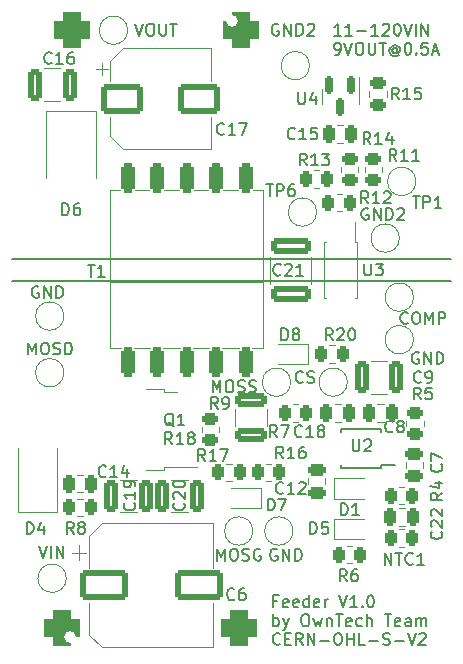
<source format=gto>
G04 #@! TF.GenerationSoftware,KiCad,Pcbnew,6.0.1-79c1e3a40b~116~ubuntu20.04.1*
G04 #@! TF.CreationDate,2022-02-11T17:49:30+01:00*
G04 #@! TF.ProjectId,Feeder,46656564-6572-42e6-9b69-6361645f7063,rev?*
G04 #@! TF.SameCoordinates,Original*
G04 #@! TF.FileFunction,Legend,Top*
G04 #@! TF.FilePolarity,Positive*
%FSLAX46Y46*%
G04 Gerber Fmt 4.6, Leading zero omitted, Abs format (unit mm)*
G04 Created by KiCad (PCBNEW 6.0.1-79c1e3a40b~116~ubuntu20.04.1) date 2022-02-11 17:49:30*
%MOMM*%
%LPD*%
G01*
G04 APERTURE LIST*
G04 Aperture macros list*
%AMRoundRect*
0 Rectangle with rounded corners*
0 $1 Rounding radius*
0 $2 $3 $4 $5 $6 $7 $8 $9 X,Y pos of 4 corners*
0 Add a 4 corners polygon primitive as box body*
4,1,4,$2,$3,$4,$5,$6,$7,$8,$9,$2,$3,0*
0 Add four circle primitives for the rounded corners*
1,1,$1+$1,$2,$3*
1,1,$1+$1,$4,$5*
1,1,$1+$1,$6,$7*
1,1,$1+$1,$8,$9*
0 Add four rect primitives between the rounded corners*
20,1,$1+$1,$2,$3,$4,$5,0*
20,1,$1+$1,$4,$5,$6,$7,0*
20,1,$1+$1,$6,$7,$8,$9,0*
20,1,$1+$1,$8,$9,$2,$3,0*%
G04 Aperture macros list end*
%ADD10C,0.150000*%
%ADD11C,0.120000*%
%ADD12C,2.000000*%
%ADD13RoundRect,0.250000X0.250000X0.475000X-0.250000X0.475000X-0.250000X-0.475000X0.250000X-0.475000X0*%
%ADD14RoundRect,0.305000X-0.305000X-0.965000X0.305000X-0.965000X0.305000X0.965000X-0.305000X0.965000X0*%
%ADD15RoundRect,0.250000X-0.325000X-1.100000X0.325000X-1.100000X0.325000X1.100000X-0.325000X1.100000X0*%
%ADD16RoundRect,0.250000X-1.750000X-1.000000X1.750000X-1.000000X1.750000X1.000000X-1.750000X1.000000X0*%
%ADD17RoundRect,0.250000X-0.450000X0.262500X-0.450000X-0.262500X0.450000X-0.262500X0.450000X0.262500X0*%
%ADD18RoundRect,0.250000X-0.262500X-0.450000X0.262500X-0.450000X0.262500X0.450000X-0.262500X0.450000X0*%
%ADD19RoundRect,0.250000X0.450000X-0.262500X0.450000X0.262500X-0.450000X0.262500X-0.450000X-0.262500X0*%
%ADD20R,0.600000X0.450000*%
%ADD21RoundRect,0.250000X-0.475000X0.250000X-0.475000X-0.250000X0.475000X-0.250000X0.475000X0.250000X0*%
%ADD22RoundRect,0.249999X1.450001X-0.450001X1.450001X0.450001X-1.450001X0.450001X-1.450001X-0.450001X0*%
%ADD23R,1.800000X2.500000*%
%ADD24RoundRect,0.250000X0.262500X0.450000X-0.262500X0.450000X-0.262500X-0.450000X0.262500X-0.450000X0*%
%ADD25RoundRect,0.250000X-0.250000X-0.475000X0.250000X-0.475000X0.250000X0.475000X-0.250000X0.475000X0*%
%ADD26R,1.400000X0.300000*%
%ADD27C,1.000000*%
%ADD28RoundRect,0.750000X-0.750000X-0.750000X0.750000X-0.750000X0.750000X0.750000X-0.750000X0.750000X0*%
%ADD29RoundRect,0.150000X-0.150000X0.587500X-0.150000X-0.587500X0.150000X-0.587500X0.150000X0.587500X0*%
%ADD30R,2.300000X2.500000*%
%ADD31RoundRect,0.250000X0.325000X1.100000X-0.325000X1.100000X-0.325000X-1.100000X0.325000X-1.100000X0*%
%ADD32RoundRect,0.250000X-1.500000X-1.000000X1.500000X-1.000000X1.500000X1.000000X-1.500000X1.000000X0*%
%ADD33R,0.640000X2.000000*%
%ADD34RoundRect,0.250000X-1.075000X0.312500X-1.075000X-0.312500X1.075000X-0.312500X1.075000X0.312500X0*%
%ADD35R,2.200000X1.200000*%
%ADD36R,6.400000X5.800000*%
G04 APERTURE END LIST*
D10*
X48200000Y-42600000D02*
X85400000Y-42600000D01*
X48200000Y-44400000D02*
X85400000Y-44400000D01*
X76059404Y-23647380D02*
X75487976Y-23647380D01*
X75773690Y-23647380D02*
X75773690Y-22647380D01*
X75678452Y-22790238D01*
X75583214Y-22885476D01*
X75487976Y-22933095D01*
X77011785Y-23647380D02*
X76440357Y-23647380D01*
X76726071Y-23647380D02*
X76726071Y-22647380D01*
X76630833Y-22790238D01*
X76535595Y-22885476D01*
X76440357Y-22933095D01*
X77440357Y-23266428D02*
X78202261Y-23266428D01*
X79202261Y-23647380D02*
X78630833Y-23647380D01*
X78916547Y-23647380D02*
X78916547Y-22647380D01*
X78821309Y-22790238D01*
X78726071Y-22885476D01*
X78630833Y-22933095D01*
X79583214Y-22742619D02*
X79630833Y-22695000D01*
X79726071Y-22647380D01*
X79964166Y-22647380D01*
X80059404Y-22695000D01*
X80107023Y-22742619D01*
X80154642Y-22837857D01*
X80154642Y-22933095D01*
X80107023Y-23075952D01*
X79535595Y-23647380D01*
X80154642Y-23647380D01*
X80773690Y-22647380D02*
X80868928Y-22647380D01*
X80964166Y-22695000D01*
X81011785Y-22742619D01*
X81059404Y-22837857D01*
X81107023Y-23028333D01*
X81107023Y-23266428D01*
X81059404Y-23456904D01*
X81011785Y-23552142D01*
X80964166Y-23599761D01*
X80868928Y-23647380D01*
X80773690Y-23647380D01*
X80678452Y-23599761D01*
X80630833Y-23552142D01*
X80583214Y-23456904D01*
X80535595Y-23266428D01*
X80535595Y-23028333D01*
X80583214Y-22837857D01*
X80630833Y-22742619D01*
X80678452Y-22695000D01*
X80773690Y-22647380D01*
X81392738Y-22647380D02*
X81726071Y-23647380D01*
X82059404Y-22647380D01*
X82392738Y-23647380D02*
X82392738Y-22647380D01*
X82868928Y-23647380D02*
X82868928Y-22647380D01*
X83440357Y-23647380D01*
X83440357Y-22647380D01*
X75583214Y-25257380D02*
X75773690Y-25257380D01*
X75868928Y-25209761D01*
X75916547Y-25162142D01*
X76011785Y-25019285D01*
X76059404Y-24828809D01*
X76059404Y-24447857D01*
X76011785Y-24352619D01*
X75964166Y-24305000D01*
X75868928Y-24257380D01*
X75678452Y-24257380D01*
X75583214Y-24305000D01*
X75535595Y-24352619D01*
X75487976Y-24447857D01*
X75487976Y-24685952D01*
X75535595Y-24781190D01*
X75583214Y-24828809D01*
X75678452Y-24876428D01*
X75868928Y-24876428D01*
X75964166Y-24828809D01*
X76011785Y-24781190D01*
X76059404Y-24685952D01*
X76345119Y-24257380D02*
X76678452Y-25257380D01*
X77011785Y-24257380D01*
X77535595Y-24257380D02*
X77726071Y-24257380D01*
X77821309Y-24305000D01*
X77916547Y-24400238D01*
X77964166Y-24590714D01*
X77964166Y-24924047D01*
X77916547Y-25114523D01*
X77821309Y-25209761D01*
X77726071Y-25257380D01*
X77535595Y-25257380D01*
X77440357Y-25209761D01*
X77345119Y-25114523D01*
X77297500Y-24924047D01*
X77297500Y-24590714D01*
X77345119Y-24400238D01*
X77440357Y-24305000D01*
X77535595Y-24257380D01*
X78392738Y-24257380D02*
X78392738Y-25066904D01*
X78440357Y-25162142D01*
X78487976Y-25209761D01*
X78583214Y-25257380D01*
X78773690Y-25257380D01*
X78868928Y-25209761D01*
X78916547Y-25162142D01*
X78964166Y-25066904D01*
X78964166Y-24257380D01*
X79297500Y-24257380D02*
X79868928Y-24257380D01*
X79583214Y-25257380D02*
X79583214Y-24257380D01*
X80821309Y-24781190D02*
X80773690Y-24733571D01*
X80678452Y-24685952D01*
X80583214Y-24685952D01*
X80487976Y-24733571D01*
X80440357Y-24781190D01*
X80392738Y-24876428D01*
X80392738Y-24971666D01*
X80440357Y-25066904D01*
X80487976Y-25114523D01*
X80583214Y-25162142D01*
X80678452Y-25162142D01*
X80773690Y-25114523D01*
X80821309Y-25066904D01*
X80821309Y-24685952D02*
X80821309Y-25066904D01*
X80868928Y-25114523D01*
X80916547Y-25114523D01*
X81011785Y-25066904D01*
X81059404Y-24971666D01*
X81059404Y-24733571D01*
X80964166Y-24590714D01*
X80821309Y-24495476D01*
X80630833Y-24447857D01*
X80440357Y-24495476D01*
X80297500Y-24590714D01*
X80202261Y-24733571D01*
X80154642Y-24924047D01*
X80202261Y-25114523D01*
X80297500Y-25257380D01*
X80440357Y-25352619D01*
X80630833Y-25400238D01*
X80821309Y-25352619D01*
X80964166Y-25257380D01*
X81678452Y-24257380D02*
X81773690Y-24257380D01*
X81868928Y-24305000D01*
X81916547Y-24352619D01*
X81964166Y-24447857D01*
X82011785Y-24638333D01*
X82011785Y-24876428D01*
X81964166Y-25066904D01*
X81916547Y-25162142D01*
X81868928Y-25209761D01*
X81773690Y-25257380D01*
X81678452Y-25257380D01*
X81583214Y-25209761D01*
X81535595Y-25162142D01*
X81487976Y-25066904D01*
X81440357Y-24876428D01*
X81440357Y-24638333D01*
X81487976Y-24447857D01*
X81535595Y-24352619D01*
X81583214Y-24305000D01*
X81678452Y-24257380D01*
X82440357Y-25162142D02*
X82487976Y-25209761D01*
X82440357Y-25257380D01*
X82392738Y-25209761D01*
X82440357Y-25162142D01*
X82440357Y-25257380D01*
X83392738Y-24257380D02*
X82916547Y-24257380D01*
X82868928Y-24733571D01*
X82916547Y-24685952D01*
X83011785Y-24638333D01*
X83249880Y-24638333D01*
X83345119Y-24685952D01*
X83392738Y-24733571D01*
X83440357Y-24828809D01*
X83440357Y-25066904D01*
X83392738Y-25162142D01*
X83345119Y-25209761D01*
X83249880Y-25257380D01*
X83011785Y-25257380D01*
X82916547Y-25209761D01*
X82868928Y-25162142D01*
X83821309Y-24971666D02*
X84297500Y-24971666D01*
X83726071Y-25257380D02*
X84059404Y-24257380D01*
X84392738Y-25257380D01*
X70907023Y-75157142D02*
X70859404Y-75204761D01*
X70716547Y-75252380D01*
X70621309Y-75252380D01*
X70478452Y-75204761D01*
X70383214Y-75109523D01*
X70335595Y-75014285D01*
X70287976Y-74823809D01*
X70287976Y-74680952D01*
X70335595Y-74490476D01*
X70383214Y-74395238D01*
X70478452Y-74300000D01*
X70621309Y-74252380D01*
X70716547Y-74252380D01*
X70859404Y-74300000D01*
X70907023Y-74347619D01*
X71335595Y-74728571D02*
X71668928Y-74728571D01*
X71811785Y-75252380D02*
X71335595Y-75252380D01*
X71335595Y-74252380D01*
X71811785Y-74252380D01*
X72811785Y-75252380D02*
X72478452Y-74776190D01*
X72240357Y-75252380D02*
X72240357Y-74252380D01*
X72621309Y-74252380D01*
X72716547Y-74300000D01*
X72764166Y-74347619D01*
X72811785Y-74442857D01*
X72811785Y-74585714D01*
X72764166Y-74680952D01*
X72716547Y-74728571D01*
X72621309Y-74776190D01*
X72240357Y-74776190D01*
X73240357Y-75252380D02*
X73240357Y-74252380D01*
X73811785Y-75252380D01*
X73811785Y-74252380D01*
X74287976Y-74871428D02*
X75049880Y-74871428D01*
X75716547Y-74252380D02*
X75907023Y-74252380D01*
X76002261Y-74300000D01*
X76097500Y-74395238D01*
X76145119Y-74585714D01*
X76145119Y-74919047D01*
X76097500Y-75109523D01*
X76002261Y-75204761D01*
X75907023Y-75252380D01*
X75716547Y-75252380D01*
X75621309Y-75204761D01*
X75526071Y-75109523D01*
X75478452Y-74919047D01*
X75478452Y-74585714D01*
X75526071Y-74395238D01*
X75621309Y-74300000D01*
X75716547Y-74252380D01*
X76573690Y-75252380D02*
X76573690Y-74252380D01*
X76573690Y-74728571D02*
X77145119Y-74728571D01*
X77145119Y-75252380D02*
X77145119Y-74252380D01*
X78097500Y-75252380D02*
X77621309Y-75252380D01*
X77621309Y-74252380D01*
X78430833Y-74871428D02*
X79192738Y-74871428D01*
X79621309Y-75204761D02*
X79764166Y-75252380D01*
X80002261Y-75252380D01*
X80097500Y-75204761D01*
X80145119Y-75157142D01*
X80192738Y-75061904D01*
X80192738Y-74966666D01*
X80145119Y-74871428D01*
X80097500Y-74823809D01*
X80002261Y-74776190D01*
X79811785Y-74728571D01*
X79716547Y-74680952D01*
X79668928Y-74633333D01*
X79621309Y-74538095D01*
X79621309Y-74442857D01*
X79668928Y-74347619D01*
X79716547Y-74300000D01*
X79811785Y-74252380D01*
X80049880Y-74252380D01*
X80192738Y-74300000D01*
X80621309Y-74871428D02*
X81383214Y-74871428D01*
X81716547Y-74252380D02*
X82049880Y-75252380D01*
X82383214Y-74252380D01*
X82668928Y-74347619D02*
X82716547Y-74300000D01*
X82811785Y-74252380D01*
X83049880Y-74252380D01*
X83145119Y-74300000D01*
X83192738Y-74347619D01*
X83240357Y-74442857D01*
X83240357Y-74538095D01*
X83192738Y-74680952D01*
X82621309Y-75252380D01*
X83240357Y-75252380D01*
X70668928Y-71523571D02*
X70335595Y-71523571D01*
X70335595Y-72047380D02*
X70335595Y-71047380D01*
X70811785Y-71047380D01*
X71573690Y-71999761D02*
X71478452Y-72047380D01*
X71287976Y-72047380D01*
X71192738Y-71999761D01*
X71145119Y-71904523D01*
X71145119Y-71523571D01*
X71192738Y-71428333D01*
X71287976Y-71380714D01*
X71478452Y-71380714D01*
X71573690Y-71428333D01*
X71621309Y-71523571D01*
X71621309Y-71618809D01*
X71145119Y-71714047D01*
X72430833Y-71999761D02*
X72335595Y-72047380D01*
X72145119Y-72047380D01*
X72049880Y-71999761D01*
X72002261Y-71904523D01*
X72002261Y-71523571D01*
X72049880Y-71428333D01*
X72145119Y-71380714D01*
X72335595Y-71380714D01*
X72430833Y-71428333D01*
X72478452Y-71523571D01*
X72478452Y-71618809D01*
X72002261Y-71714047D01*
X73335595Y-72047380D02*
X73335595Y-71047380D01*
X73335595Y-71999761D02*
X73240357Y-72047380D01*
X73049880Y-72047380D01*
X72954642Y-71999761D01*
X72907023Y-71952142D01*
X72859404Y-71856904D01*
X72859404Y-71571190D01*
X72907023Y-71475952D01*
X72954642Y-71428333D01*
X73049880Y-71380714D01*
X73240357Y-71380714D01*
X73335595Y-71428333D01*
X74192738Y-71999761D02*
X74097500Y-72047380D01*
X73907023Y-72047380D01*
X73811785Y-71999761D01*
X73764166Y-71904523D01*
X73764166Y-71523571D01*
X73811785Y-71428333D01*
X73907023Y-71380714D01*
X74097500Y-71380714D01*
X74192738Y-71428333D01*
X74240357Y-71523571D01*
X74240357Y-71618809D01*
X73764166Y-71714047D01*
X74668928Y-72047380D02*
X74668928Y-71380714D01*
X74668928Y-71571190D02*
X74716547Y-71475952D01*
X74764166Y-71428333D01*
X74859404Y-71380714D01*
X74954642Y-71380714D01*
X75907023Y-71047380D02*
X76240357Y-72047380D01*
X76573690Y-71047380D01*
X77430833Y-72047380D02*
X76859404Y-72047380D01*
X77145119Y-72047380D02*
X77145119Y-71047380D01*
X77049880Y-71190238D01*
X76954642Y-71285476D01*
X76859404Y-71333095D01*
X77859404Y-71952142D02*
X77907023Y-71999761D01*
X77859404Y-72047380D01*
X77811785Y-71999761D01*
X77859404Y-71952142D01*
X77859404Y-72047380D01*
X78526071Y-71047380D02*
X78621309Y-71047380D01*
X78716547Y-71095000D01*
X78764166Y-71142619D01*
X78811785Y-71237857D01*
X78859404Y-71428333D01*
X78859404Y-71666428D01*
X78811785Y-71856904D01*
X78764166Y-71952142D01*
X78716547Y-71999761D01*
X78621309Y-72047380D01*
X78526071Y-72047380D01*
X78430833Y-71999761D01*
X78383214Y-71952142D01*
X78335595Y-71856904D01*
X78287976Y-71666428D01*
X78287976Y-71428333D01*
X78335595Y-71237857D01*
X78383214Y-71142619D01*
X78430833Y-71095000D01*
X78526071Y-71047380D01*
X70335595Y-73657380D02*
X70335595Y-72657380D01*
X70335595Y-73038333D02*
X70430833Y-72990714D01*
X70621309Y-72990714D01*
X70716547Y-73038333D01*
X70764166Y-73085952D01*
X70811785Y-73181190D01*
X70811785Y-73466904D01*
X70764166Y-73562142D01*
X70716547Y-73609761D01*
X70621309Y-73657380D01*
X70430833Y-73657380D01*
X70335595Y-73609761D01*
X71145119Y-72990714D02*
X71383214Y-73657380D01*
X71621309Y-72990714D02*
X71383214Y-73657380D01*
X71287976Y-73895476D01*
X71240357Y-73943095D01*
X71145119Y-73990714D01*
X72954642Y-72657380D02*
X73145119Y-72657380D01*
X73240357Y-72705000D01*
X73335595Y-72800238D01*
X73383214Y-72990714D01*
X73383214Y-73324047D01*
X73335595Y-73514523D01*
X73240357Y-73609761D01*
X73145119Y-73657380D01*
X72954642Y-73657380D01*
X72859404Y-73609761D01*
X72764166Y-73514523D01*
X72716547Y-73324047D01*
X72716547Y-72990714D01*
X72764166Y-72800238D01*
X72859404Y-72705000D01*
X72954642Y-72657380D01*
X73716547Y-72990714D02*
X73907023Y-73657380D01*
X74097500Y-73181190D01*
X74287976Y-73657380D01*
X74478452Y-72990714D01*
X74859404Y-72990714D02*
X74859404Y-73657380D01*
X74859404Y-73085952D02*
X74907023Y-73038333D01*
X75002261Y-72990714D01*
X75145119Y-72990714D01*
X75240357Y-73038333D01*
X75287976Y-73133571D01*
X75287976Y-73657380D01*
X75621309Y-72657380D02*
X76192738Y-72657380D01*
X75907023Y-73657380D02*
X75907023Y-72657380D01*
X76907023Y-73609761D02*
X76811785Y-73657380D01*
X76621309Y-73657380D01*
X76526071Y-73609761D01*
X76478452Y-73514523D01*
X76478452Y-73133571D01*
X76526071Y-73038333D01*
X76621309Y-72990714D01*
X76811785Y-72990714D01*
X76907023Y-73038333D01*
X76954642Y-73133571D01*
X76954642Y-73228809D01*
X76478452Y-73324047D01*
X77811785Y-73609761D02*
X77716547Y-73657380D01*
X77526071Y-73657380D01*
X77430833Y-73609761D01*
X77383214Y-73562142D01*
X77335595Y-73466904D01*
X77335595Y-73181190D01*
X77383214Y-73085952D01*
X77430833Y-73038333D01*
X77526071Y-72990714D01*
X77716547Y-72990714D01*
X77811785Y-73038333D01*
X78240357Y-73657380D02*
X78240357Y-72657380D01*
X78668928Y-73657380D02*
X78668928Y-73133571D01*
X78621309Y-73038333D01*
X78526071Y-72990714D01*
X78383214Y-72990714D01*
X78287976Y-73038333D01*
X78240357Y-73085952D01*
X79764166Y-72657380D02*
X80335595Y-72657380D01*
X80049880Y-73657380D02*
X80049880Y-72657380D01*
X81049880Y-73609761D02*
X80954642Y-73657380D01*
X80764166Y-73657380D01*
X80668928Y-73609761D01*
X80621309Y-73514523D01*
X80621309Y-73133571D01*
X80668928Y-73038333D01*
X80764166Y-72990714D01*
X80954642Y-72990714D01*
X81049880Y-73038333D01*
X81097500Y-73133571D01*
X81097500Y-73228809D01*
X80621309Y-73324047D01*
X81954642Y-73657380D02*
X81954642Y-73133571D01*
X81907023Y-73038333D01*
X81811785Y-72990714D01*
X81621309Y-72990714D01*
X81526071Y-73038333D01*
X81954642Y-73609761D02*
X81859404Y-73657380D01*
X81621309Y-73657380D01*
X81526071Y-73609761D01*
X81478452Y-73514523D01*
X81478452Y-73419285D01*
X81526071Y-73324047D01*
X81621309Y-73276428D01*
X81859404Y-73276428D01*
X81954642Y-73228809D01*
X82430833Y-73657380D02*
X82430833Y-72990714D01*
X82430833Y-73085952D02*
X82478452Y-73038333D01*
X82573690Y-72990714D01*
X82716547Y-72990714D01*
X82811785Y-73038333D01*
X82859404Y-73133571D01*
X82859404Y-73657380D01*
X82859404Y-73133571D02*
X82907023Y-73038333D01*
X83002261Y-72990714D01*
X83145119Y-72990714D01*
X83240357Y-73038333D01*
X83287976Y-73133571D01*
X83287976Y-73657380D01*
X58638095Y-22652380D02*
X58971428Y-23652380D01*
X59304761Y-22652380D01*
X59828571Y-22652380D02*
X60019047Y-22652380D01*
X60114285Y-22700000D01*
X60209523Y-22795238D01*
X60257142Y-22985714D01*
X60257142Y-23319047D01*
X60209523Y-23509523D01*
X60114285Y-23604761D01*
X60019047Y-23652380D01*
X59828571Y-23652380D01*
X59733333Y-23604761D01*
X59638095Y-23509523D01*
X59590476Y-23319047D01*
X59590476Y-22985714D01*
X59638095Y-22795238D01*
X59733333Y-22700000D01*
X59828571Y-22652380D01*
X60685714Y-22652380D02*
X60685714Y-23461904D01*
X60733333Y-23557142D01*
X60780952Y-23604761D01*
X60876190Y-23652380D01*
X61066666Y-23652380D01*
X61161904Y-23604761D01*
X61209523Y-23557142D01*
X61257142Y-23461904D01*
X61257142Y-22652380D01*
X61590476Y-22652380D02*
X62161904Y-22652380D01*
X61876190Y-23652380D02*
X61876190Y-22652380D01*
X84557142Y-65642857D02*
X84604761Y-65690476D01*
X84652380Y-65833333D01*
X84652380Y-65928571D01*
X84604761Y-66071428D01*
X84509523Y-66166666D01*
X84414285Y-66214285D01*
X84223809Y-66261904D01*
X84080952Y-66261904D01*
X83890476Y-66214285D01*
X83795238Y-66166666D01*
X83700000Y-66071428D01*
X83652380Y-65928571D01*
X83652380Y-65833333D01*
X83700000Y-65690476D01*
X83747619Y-65642857D01*
X83747619Y-65261904D02*
X83700000Y-65214285D01*
X83652380Y-65119047D01*
X83652380Y-64880952D01*
X83700000Y-64785714D01*
X83747619Y-64738095D01*
X83842857Y-64690476D01*
X83938095Y-64690476D01*
X84080952Y-64738095D01*
X84652380Y-65309523D01*
X84652380Y-64690476D01*
X83747619Y-64309523D02*
X83700000Y-64261904D01*
X83652380Y-64166666D01*
X83652380Y-63928571D01*
X83700000Y-63833333D01*
X83747619Y-63785714D01*
X83842857Y-63738095D01*
X83938095Y-63738095D01*
X84080952Y-63785714D01*
X84652380Y-64357142D01*
X84652380Y-63738095D01*
X54638095Y-43052380D02*
X55209523Y-43052380D01*
X54923809Y-44052380D02*
X54923809Y-43052380D01*
X56066666Y-44052380D02*
X55495238Y-44052380D01*
X55780952Y-44052380D02*
X55780952Y-43052380D01*
X55685714Y-43195238D01*
X55590476Y-43290476D01*
X55495238Y-43338095D01*
X62757142Y-63242857D02*
X62804761Y-63290476D01*
X62852380Y-63433333D01*
X62852380Y-63528571D01*
X62804761Y-63671428D01*
X62709523Y-63766666D01*
X62614285Y-63814285D01*
X62423809Y-63861904D01*
X62280952Y-63861904D01*
X62090476Y-63814285D01*
X61995238Y-63766666D01*
X61900000Y-63671428D01*
X61852380Y-63528571D01*
X61852380Y-63433333D01*
X61900000Y-63290476D01*
X61947619Y-63242857D01*
X61947619Y-62861904D02*
X61900000Y-62814285D01*
X61852380Y-62719047D01*
X61852380Y-62480952D01*
X61900000Y-62385714D01*
X61947619Y-62338095D01*
X62042857Y-62290476D01*
X62138095Y-62290476D01*
X62280952Y-62338095D01*
X62852380Y-62909523D01*
X62852380Y-62290476D01*
X61852380Y-61671428D02*
X61852380Y-61576190D01*
X61900000Y-61480952D01*
X61947619Y-61433333D01*
X62042857Y-61385714D01*
X62233333Y-61338095D01*
X62471428Y-61338095D01*
X62661904Y-61385714D01*
X62757142Y-61433333D01*
X62804761Y-61480952D01*
X62852380Y-61576190D01*
X62852380Y-61671428D01*
X62804761Y-61766666D01*
X62757142Y-61814285D01*
X62661904Y-61861904D01*
X62471428Y-61909523D01*
X62233333Y-61909523D01*
X62042857Y-61861904D01*
X61947619Y-61814285D01*
X61900000Y-61766666D01*
X61852380Y-61671428D01*
X67033333Y-71357142D02*
X66985714Y-71404761D01*
X66842857Y-71452380D01*
X66747619Y-71452380D01*
X66604761Y-71404761D01*
X66509523Y-71309523D01*
X66461904Y-71214285D01*
X66414285Y-71023809D01*
X66414285Y-70880952D01*
X66461904Y-70690476D01*
X66509523Y-70595238D01*
X66604761Y-70500000D01*
X66747619Y-70452380D01*
X66842857Y-70452380D01*
X66985714Y-70500000D01*
X67033333Y-70547619D01*
X67890476Y-70452380D02*
X67700000Y-70452380D01*
X67604761Y-70500000D01*
X67557142Y-70547619D01*
X67461904Y-70690476D01*
X67414285Y-70880952D01*
X67414285Y-71261904D01*
X67461904Y-71357142D01*
X67509523Y-71404761D01*
X67604761Y-71452380D01*
X67795238Y-71452380D01*
X67890476Y-71404761D01*
X67938095Y-71357142D01*
X67985714Y-71261904D01*
X67985714Y-71023809D01*
X67938095Y-70928571D01*
X67890476Y-70880952D01*
X67795238Y-70833333D01*
X67604761Y-70833333D01*
X67509523Y-70880952D01*
X67461904Y-70928571D01*
X67414285Y-71023809D01*
X61757142Y-58252380D02*
X61423809Y-57776190D01*
X61185714Y-58252380D02*
X61185714Y-57252380D01*
X61566666Y-57252380D01*
X61661904Y-57300000D01*
X61709523Y-57347619D01*
X61757142Y-57442857D01*
X61757142Y-57585714D01*
X61709523Y-57680952D01*
X61661904Y-57728571D01*
X61566666Y-57776190D01*
X61185714Y-57776190D01*
X62709523Y-58252380D02*
X62138095Y-58252380D01*
X62423809Y-58252380D02*
X62423809Y-57252380D01*
X62328571Y-57395238D01*
X62233333Y-57490476D01*
X62138095Y-57538095D01*
X63280952Y-57680952D02*
X63185714Y-57633333D01*
X63138095Y-57585714D01*
X63090476Y-57490476D01*
X63090476Y-57442857D01*
X63138095Y-57347619D01*
X63185714Y-57300000D01*
X63280952Y-57252380D01*
X63471428Y-57252380D01*
X63566666Y-57300000D01*
X63614285Y-57347619D01*
X63661904Y-57442857D01*
X63661904Y-57490476D01*
X63614285Y-57585714D01*
X63566666Y-57633333D01*
X63471428Y-57680952D01*
X63280952Y-57680952D01*
X63185714Y-57728571D01*
X63138095Y-57776190D01*
X63090476Y-57871428D01*
X63090476Y-58061904D01*
X63138095Y-58157142D01*
X63185714Y-58204761D01*
X63280952Y-58252380D01*
X63471428Y-58252380D01*
X63566666Y-58204761D01*
X63614285Y-58157142D01*
X63661904Y-58061904D01*
X63661904Y-57871428D01*
X63614285Y-57776190D01*
X63566666Y-57728571D01*
X63471428Y-57680952D01*
X82638095Y-50500000D02*
X82542857Y-50452380D01*
X82400000Y-50452380D01*
X82257142Y-50500000D01*
X82161904Y-50595238D01*
X82114285Y-50690476D01*
X82066666Y-50880952D01*
X82066666Y-51023809D01*
X82114285Y-51214285D01*
X82161904Y-51309523D01*
X82257142Y-51404761D01*
X82400000Y-51452380D01*
X82495238Y-51452380D01*
X82638095Y-51404761D01*
X82685714Y-51357142D01*
X82685714Y-51023809D01*
X82495238Y-51023809D01*
X83114285Y-51452380D02*
X83114285Y-50452380D01*
X83685714Y-51452380D01*
X83685714Y-50452380D01*
X84161904Y-51452380D02*
X84161904Y-50452380D01*
X84400000Y-50452380D01*
X84542857Y-50500000D01*
X84638095Y-50595238D01*
X84685714Y-50690476D01*
X84733333Y-50880952D01*
X84733333Y-51023809D01*
X84685714Y-51214285D01*
X84638095Y-51309523D01*
X84542857Y-51404761D01*
X84400000Y-51452380D01*
X84161904Y-51452380D01*
X76545833Y-69852380D02*
X76212500Y-69376190D01*
X75974404Y-69852380D02*
X75974404Y-68852380D01*
X76355357Y-68852380D01*
X76450595Y-68900000D01*
X76498214Y-68947619D01*
X76545833Y-69042857D01*
X76545833Y-69185714D01*
X76498214Y-69280952D01*
X76450595Y-69328571D01*
X76355357Y-69376190D01*
X75974404Y-69376190D01*
X77402976Y-68852380D02*
X77212500Y-68852380D01*
X77117261Y-68900000D01*
X77069642Y-68947619D01*
X76974404Y-69090476D01*
X76926785Y-69280952D01*
X76926785Y-69661904D01*
X76974404Y-69757142D01*
X77022023Y-69804761D01*
X77117261Y-69852380D01*
X77307738Y-69852380D01*
X77402976Y-69804761D01*
X77450595Y-69757142D01*
X77498214Y-69661904D01*
X77498214Y-69423809D01*
X77450595Y-69328571D01*
X77402976Y-69280952D01*
X77307738Y-69233333D01*
X77117261Y-69233333D01*
X77022023Y-69280952D01*
X76974404Y-69328571D01*
X76926785Y-69423809D01*
X84652380Y-62366666D02*
X84176190Y-62700000D01*
X84652380Y-62938095D02*
X83652380Y-62938095D01*
X83652380Y-62557142D01*
X83700000Y-62461904D01*
X83747619Y-62414285D01*
X83842857Y-62366666D01*
X83985714Y-62366666D01*
X84080952Y-62414285D01*
X84128571Y-62461904D01*
X84176190Y-62557142D01*
X84176190Y-62938095D01*
X83985714Y-61509523D02*
X84652380Y-61509523D01*
X83604761Y-61747619D02*
X84319047Y-61985714D01*
X84319047Y-61366666D01*
X82833333Y-54452380D02*
X82500000Y-53976190D01*
X82261904Y-54452380D02*
X82261904Y-53452380D01*
X82642857Y-53452380D01*
X82738095Y-53500000D01*
X82785714Y-53547619D01*
X82833333Y-53642857D01*
X82833333Y-53785714D01*
X82785714Y-53880952D01*
X82738095Y-53928571D01*
X82642857Y-53976190D01*
X82261904Y-53976190D01*
X83738095Y-53452380D02*
X83261904Y-53452380D01*
X83214285Y-53928571D01*
X83261904Y-53880952D01*
X83357142Y-53833333D01*
X83595238Y-53833333D01*
X83690476Y-53880952D01*
X83738095Y-53928571D01*
X83785714Y-54023809D01*
X83785714Y-54261904D01*
X83738095Y-54357142D01*
X83690476Y-54404761D01*
X83595238Y-54452380D01*
X83357142Y-54452380D01*
X83261904Y-54404761D01*
X83214285Y-54357142D01*
X71011904Y-49452380D02*
X71011904Y-48452380D01*
X71250000Y-48452380D01*
X71392857Y-48500000D01*
X71488095Y-48595238D01*
X71535714Y-48690476D01*
X71583333Y-48880952D01*
X71583333Y-49023809D01*
X71535714Y-49214285D01*
X71488095Y-49309523D01*
X71392857Y-49404761D01*
X71250000Y-49452380D01*
X71011904Y-49452380D01*
X72154761Y-48880952D02*
X72059523Y-48833333D01*
X72011904Y-48785714D01*
X71964285Y-48690476D01*
X71964285Y-48642857D01*
X72011904Y-48547619D01*
X72059523Y-48500000D01*
X72154761Y-48452380D01*
X72345238Y-48452380D01*
X72440476Y-48500000D01*
X72488095Y-48547619D01*
X72535714Y-48642857D01*
X72535714Y-48690476D01*
X72488095Y-48785714D01*
X72440476Y-48833333D01*
X72345238Y-48880952D01*
X72154761Y-48880952D01*
X72059523Y-48928571D01*
X72011904Y-48976190D01*
X71964285Y-49071428D01*
X71964285Y-49261904D01*
X72011904Y-49357142D01*
X72059523Y-49404761D01*
X72154761Y-49452380D01*
X72345238Y-49452380D01*
X72440476Y-49404761D01*
X72488095Y-49357142D01*
X72535714Y-49261904D01*
X72535714Y-49071428D01*
X72488095Y-48976190D01*
X72440476Y-48928571D01*
X72345238Y-48880952D01*
X73157142Y-34652380D02*
X72823809Y-34176190D01*
X72585714Y-34652380D02*
X72585714Y-33652380D01*
X72966666Y-33652380D01*
X73061904Y-33700000D01*
X73109523Y-33747619D01*
X73157142Y-33842857D01*
X73157142Y-33985714D01*
X73109523Y-34080952D01*
X73061904Y-34128571D01*
X72966666Y-34176190D01*
X72585714Y-34176190D01*
X74109523Y-34652380D02*
X73538095Y-34652380D01*
X73823809Y-34652380D02*
X73823809Y-33652380D01*
X73728571Y-33795238D01*
X73633333Y-33890476D01*
X73538095Y-33938095D01*
X74442857Y-33652380D02*
X75061904Y-33652380D01*
X74728571Y-34033333D01*
X74871428Y-34033333D01*
X74966666Y-34080952D01*
X75014285Y-34128571D01*
X75061904Y-34223809D01*
X75061904Y-34461904D01*
X75014285Y-34557142D01*
X74966666Y-34604761D01*
X74871428Y-34652380D01*
X74585714Y-34652380D01*
X74490476Y-34604761D01*
X74442857Y-34557142D01*
X78361904Y-38302000D02*
X78266666Y-38254380D01*
X78123809Y-38254380D01*
X77980952Y-38302000D01*
X77885714Y-38397238D01*
X77838095Y-38492476D01*
X77790476Y-38682952D01*
X77790476Y-38825809D01*
X77838095Y-39016285D01*
X77885714Y-39111523D01*
X77980952Y-39206761D01*
X78123809Y-39254380D01*
X78219047Y-39254380D01*
X78361904Y-39206761D01*
X78409523Y-39159142D01*
X78409523Y-38825809D01*
X78219047Y-38825809D01*
X78838095Y-39254380D02*
X78838095Y-38254380D01*
X79409523Y-39254380D01*
X79409523Y-38254380D01*
X79885714Y-39254380D02*
X79885714Y-38254380D01*
X80123809Y-38254380D01*
X80266666Y-38302000D01*
X80361904Y-38397238D01*
X80409523Y-38492476D01*
X80457142Y-38682952D01*
X80457142Y-38825809D01*
X80409523Y-39016285D01*
X80361904Y-39111523D01*
X80266666Y-39206761D01*
X80123809Y-39254380D01*
X79885714Y-39254380D01*
X80838095Y-38349619D02*
X80885714Y-38302000D01*
X80980952Y-38254380D01*
X81219047Y-38254380D01*
X81314285Y-38302000D01*
X81361904Y-38349619D01*
X81409523Y-38444857D01*
X81409523Y-38540095D01*
X81361904Y-38682952D01*
X80790476Y-39254380D01*
X81409523Y-39254380D01*
X82138095Y-37252380D02*
X82709523Y-37252380D01*
X82423809Y-38252380D02*
X82423809Y-37252380D01*
X83042857Y-38252380D02*
X83042857Y-37252380D01*
X83423809Y-37252380D01*
X83519047Y-37300000D01*
X83566666Y-37347619D01*
X83614285Y-37442857D01*
X83614285Y-37585714D01*
X83566666Y-37680952D01*
X83519047Y-37728571D01*
X83423809Y-37776190D01*
X83042857Y-37776190D01*
X84566666Y-38252380D02*
X83995238Y-38252380D01*
X84280952Y-38252380D02*
X84280952Y-37252380D01*
X84185714Y-37395238D01*
X84090476Y-37490476D01*
X83995238Y-37538095D01*
X84557142Y-59966666D02*
X84604761Y-60014285D01*
X84652380Y-60157142D01*
X84652380Y-60252380D01*
X84604761Y-60395238D01*
X84509523Y-60490476D01*
X84414285Y-60538095D01*
X84223809Y-60585714D01*
X84080952Y-60585714D01*
X83890476Y-60538095D01*
X83795238Y-60490476D01*
X83700000Y-60395238D01*
X83652380Y-60252380D01*
X83652380Y-60157142D01*
X83700000Y-60014285D01*
X83747619Y-59966666D01*
X83652380Y-59633333D02*
X83652380Y-58966666D01*
X84652380Y-59395238D01*
X56157142Y-60957142D02*
X56109523Y-61004761D01*
X55966666Y-61052380D01*
X55871428Y-61052380D01*
X55728571Y-61004761D01*
X55633333Y-60909523D01*
X55585714Y-60814285D01*
X55538095Y-60623809D01*
X55538095Y-60480952D01*
X55585714Y-60290476D01*
X55633333Y-60195238D01*
X55728571Y-60100000D01*
X55871428Y-60052380D01*
X55966666Y-60052380D01*
X56109523Y-60100000D01*
X56157142Y-60147619D01*
X57109523Y-61052380D02*
X56538095Y-61052380D01*
X56823809Y-61052380D02*
X56823809Y-60052380D01*
X56728571Y-60195238D01*
X56633333Y-60290476D01*
X56538095Y-60338095D01*
X57966666Y-60385714D02*
X57966666Y-61052380D01*
X57728571Y-60004761D02*
X57490476Y-60719047D01*
X58109523Y-60719047D01*
X81714285Y-47957142D02*
X81666666Y-48004761D01*
X81523809Y-48052380D01*
X81428571Y-48052380D01*
X81285714Y-48004761D01*
X81190476Y-47909523D01*
X81142857Y-47814285D01*
X81095238Y-47623809D01*
X81095238Y-47480952D01*
X81142857Y-47290476D01*
X81190476Y-47195238D01*
X81285714Y-47100000D01*
X81428571Y-47052380D01*
X81523809Y-47052380D01*
X81666666Y-47100000D01*
X81714285Y-47147619D01*
X82333333Y-47052380D02*
X82523809Y-47052380D01*
X82619047Y-47100000D01*
X82714285Y-47195238D01*
X82761904Y-47385714D01*
X82761904Y-47719047D01*
X82714285Y-47909523D01*
X82619047Y-48004761D01*
X82523809Y-48052380D01*
X82333333Y-48052380D01*
X82238095Y-48004761D01*
X82142857Y-47909523D01*
X82095238Y-47719047D01*
X82095238Y-47385714D01*
X82142857Y-47195238D01*
X82238095Y-47100000D01*
X82333333Y-47052380D01*
X83190476Y-48052380D02*
X83190476Y-47052380D01*
X83523809Y-47766666D01*
X83857142Y-47052380D01*
X83857142Y-48052380D01*
X84333333Y-48052380D02*
X84333333Y-47052380D01*
X84714285Y-47052380D01*
X84809523Y-47100000D01*
X84857142Y-47147619D01*
X84904761Y-47242857D01*
X84904761Y-47385714D01*
X84857142Y-47480952D01*
X84809523Y-47528571D01*
X84714285Y-47576190D01*
X84333333Y-47576190D01*
X70957142Y-43882142D02*
X70909523Y-43929761D01*
X70766666Y-43977380D01*
X70671428Y-43977380D01*
X70528571Y-43929761D01*
X70433333Y-43834523D01*
X70385714Y-43739285D01*
X70338095Y-43548809D01*
X70338095Y-43405952D01*
X70385714Y-43215476D01*
X70433333Y-43120238D01*
X70528571Y-43025000D01*
X70671428Y-42977380D01*
X70766666Y-42977380D01*
X70909523Y-43025000D01*
X70957142Y-43072619D01*
X71338095Y-43072619D02*
X71385714Y-43025000D01*
X71480952Y-42977380D01*
X71719047Y-42977380D01*
X71814285Y-43025000D01*
X71861904Y-43072619D01*
X71909523Y-43167857D01*
X71909523Y-43263095D01*
X71861904Y-43405952D01*
X71290476Y-43977380D01*
X71909523Y-43977380D01*
X72861904Y-43977380D02*
X72290476Y-43977380D01*
X72576190Y-43977380D02*
X72576190Y-42977380D01*
X72480952Y-43120238D01*
X72385714Y-43215476D01*
X72290476Y-43263095D01*
X49461904Y-65852380D02*
X49461904Y-64852380D01*
X49700000Y-64852380D01*
X49842857Y-64900000D01*
X49938095Y-64995238D01*
X49985714Y-65090476D01*
X50033333Y-65280952D01*
X50033333Y-65423809D01*
X49985714Y-65614285D01*
X49938095Y-65709523D01*
X49842857Y-65804761D01*
X49700000Y-65852380D01*
X49461904Y-65852380D01*
X50890476Y-65185714D02*
X50890476Y-65852380D01*
X50652380Y-64804761D02*
X50414285Y-65519047D01*
X51033333Y-65519047D01*
X53433333Y-65852380D02*
X53100000Y-65376190D01*
X52861904Y-65852380D02*
X52861904Y-64852380D01*
X53242857Y-64852380D01*
X53338095Y-64900000D01*
X53385714Y-64947619D01*
X53433333Y-65042857D01*
X53433333Y-65185714D01*
X53385714Y-65280952D01*
X53338095Y-65328571D01*
X53242857Y-65376190D01*
X52861904Y-65376190D01*
X54004761Y-65280952D02*
X53909523Y-65233333D01*
X53861904Y-65185714D01*
X53814285Y-65090476D01*
X53814285Y-65042857D01*
X53861904Y-64947619D01*
X53909523Y-64900000D01*
X54004761Y-64852380D01*
X54195238Y-64852380D01*
X54290476Y-64900000D01*
X54338095Y-64947619D01*
X54385714Y-65042857D01*
X54385714Y-65090476D01*
X54338095Y-65185714D01*
X54290476Y-65233333D01*
X54195238Y-65280952D01*
X54004761Y-65280952D01*
X53909523Y-65328571D01*
X53861904Y-65376190D01*
X53814285Y-65471428D01*
X53814285Y-65661904D01*
X53861904Y-65757142D01*
X53909523Y-65804761D01*
X54004761Y-65852380D01*
X54195238Y-65852380D01*
X54290476Y-65804761D01*
X54338095Y-65757142D01*
X54385714Y-65661904D01*
X54385714Y-65471428D01*
X54338095Y-65376190D01*
X54290476Y-65328571D01*
X54195238Y-65280952D01*
X71157142Y-59452380D02*
X70823809Y-58976190D01*
X70585714Y-59452380D02*
X70585714Y-58452380D01*
X70966666Y-58452380D01*
X71061904Y-58500000D01*
X71109523Y-58547619D01*
X71157142Y-58642857D01*
X71157142Y-58785714D01*
X71109523Y-58880952D01*
X71061904Y-58928571D01*
X70966666Y-58976190D01*
X70585714Y-58976190D01*
X72109523Y-59452380D02*
X71538095Y-59452380D01*
X71823809Y-59452380D02*
X71823809Y-58452380D01*
X71728571Y-58595238D01*
X71633333Y-58690476D01*
X71538095Y-58738095D01*
X72966666Y-58452380D02*
X72776190Y-58452380D01*
X72680952Y-58500000D01*
X72633333Y-58547619D01*
X72538095Y-58690476D01*
X72490476Y-58880952D01*
X72490476Y-59261904D01*
X72538095Y-59357142D01*
X72585714Y-59404761D01*
X72680952Y-59452380D01*
X72871428Y-59452380D01*
X72966666Y-59404761D01*
X73014285Y-59357142D01*
X73061904Y-59261904D01*
X73061904Y-59023809D01*
X73014285Y-58928571D01*
X72966666Y-58880952D01*
X72871428Y-58833333D01*
X72680952Y-58833333D01*
X72585714Y-58880952D01*
X72538095Y-58928571D01*
X72490476Y-59023809D01*
X58557142Y-63242857D02*
X58604761Y-63290476D01*
X58652380Y-63433333D01*
X58652380Y-63528571D01*
X58604761Y-63671428D01*
X58509523Y-63766666D01*
X58414285Y-63814285D01*
X58223809Y-63861904D01*
X58080952Y-63861904D01*
X57890476Y-63814285D01*
X57795238Y-63766666D01*
X57700000Y-63671428D01*
X57652380Y-63528571D01*
X57652380Y-63433333D01*
X57700000Y-63290476D01*
X57747619Y-63242857D01*
X58652380Y-62290476D02*
X58652380Y-62861904D01*
X58652380Y-62576190D02*
X57652380Y-62576190D01*
X57795238Y-62671428D01*
X57890476Y-62766666D01*
X57938095Y-62861904D01*
X58652380Y-61814285D02*
X58652380Y-61623809D01*
X58604761Y-61528571D01*
X58557142Y-61480952D01*
X58414285Y-61385714D01*
X58223809Y-61338095D01*
X57842857Y-61338095D01*
X57747619Y-61385714D01*
X57700000Y-61433333D01*
X57652380Y-61528571D01*
X57652380Y-61719047D01*
X57700000Y-61814285D01*
X57747619Y-61861904D01*
X57842857Y-61909523D01*
X58080952Y-61909523D01*
X58176190Y-61861904D01*
X58223809Y-61814285D01*
X58271428Y-61719047D01*
X58271428Y-61528571D01*
X58223809Y-61433333D01*
X58176190Y-61385714D01*
X58080952Y-61338095D01*
X78557142Y-32852380D02*
X78223809Y-32376190D01*
X77985714Y-32852380D02*
X77985714Y-31852380D01*
X78366666Y-31852380D01*
X78461904Y-31900000D01*
X78509523Y-31947619D01*
X78557142Y-32042857D01*
X78557142Y-32185714D01*
X78509523Y-32280952D01*
X78461904Y-32328571D01*
X78366666Y-32376190D01*
X77985714Y-32376190D01*
X79509523Y-32852380D02*
X78938095Y-32852380D01*
X79223809Y-32852380D02*
X79223809Y-31852380D01*
X79128571Y-31995238D01*
X79033333Y-32090476D01*
X78938095Y-32138095D01*
X80366666Y-32185714D02*
X80366666Y-32852380D01*
X80128571Y-31804761D02*
X79890476Y-32519047D01*
X80509523Y-32519047D01*
X72757142Y-57557142D02*
X72709523Y-57604761D01*
X72566666Y-57652380D01*
X72471428Y-57652380D01*
X72328571Y-57604761D01*
X72233333Y-57509523D01*
X72185714Y-57414285D01*
X72138095Y-57223809D01*
X72138095Y-57080952D01*
X72185714Y-56890476D01*
X72233333Y-56795238D01*
X72328571Y-56700000D01*
X72471428Y-56652380D01*
X72566666Y-56652380D01*
X72709523Y-56700000D01*
X72757142Y-56747619D01*
X73709523Y-57652380D02*
X73138095Y-57652380D01*
X73423809Y-57652380D02*
X73423809Y-56652380D01*
X73328571Y-56795238D01*
X73233333Y-56890476D01*
X73138095Y-56938095D01*
X74280952Y-57080952D02*
X74185714Y-57033333D01*
X74138095Y-56985714D01*
X74090476Y-56890476D01*
X74090476Y-56842857D01*
X74138095Y-56747619D01*
X74185714Y-56700000D01*
X74280952Y-56652380D01*
X74471428Y-56652380D01*
X74566666Y-56700000D01*
X74614285Y-56747619D01*
X74661904Y-56842857D01*
X74661904Y-56890476D01*
X74614285Y-56985714D01*
X74566666Y-57033333D01*
X74471428Y-57080952D01*
X74280952Y-57080952D01*
X74185714Y-57128571D01*
X74138095Y-57176190D01*
X74090476Y-57271428D01*
X74090476Y-57461904D01*
X74138095Y-57557142D01*
X74185714Y-57604761D01*
X74280952Y-57652380D01*
X74471428Y-57652380D01*
X74566666Y-57604761D01*
X74614285Y-57557142D01*
X74661904Y-57461904D01*
X74661904Y-57271428D01*
X74614285Y-57176190D01*
X74566666Y-57128571D01*
X74471428Y-57080952D01*
X77038095Y-57852380D02*
X77038095Y-58661904D01*
X77085714Y-58757142D01*
X77133333Y-58804761D01*
X77228571Y-58852380D01*
X77419047Y-58852380D01*
X77514285Y-58804761D01*
X77561904Y-58757142D01*
X77609523Y-58661904D01*
X77609523Y-57852380D01*
X78038095Y-57947619D02*
X78085714Y-57900000D01*
X78180952Y-57852380D01*
X78419047Y-57852380D01*
X78514285Y-57900000D01*
X78561904Y-57947619D01*
X78609523Y-58042857D01*
X78609523Y-58138095D01*
X78561904Y-58280952D01*
X77990476Y-58852380D01*
X78609523Y-58852380D01*
X69738095Y-36252380D02*
X70309523Y-36252380D01*
X70023809Y-37252380D02*
X70023809Y-36252380D01*
X70642857Y-37252380D02*
X70642857Y-36252380D01*
X71023809Y-36252380D01*
X71119047Y-36300000D01*
X71166666Y-36347619D01*
X71214285Y-36442857D01*
X71214285Y-36585714D01*
X71166666Y-36680952D01*
X71119047Y-36728571D01*
X71023809Y-36776190D01*
X70642857Y-36776190D01*
X72071428Y-36252380D02*
X71880952Y-36252380D01*
X71785714Y-36300000D01*
X71738095Y-36347619D01*
X71642857Y-36490476D01*
X71595238Y-36680952D01*
X71595238Y-37061904D01*
X71642857Y-37157142D01*
X71690476Y-37204761D01*
X71785714Y-37252380D01*
X71976190Y-37252380D01*
X72071428Y-37204761D01*
X72119047Y-37157142D01*
X72166666Y-37061904D01*
X72166666Y-36823809D01*
X72119047Y-36728571D01*
X72071428Y-36680952D01*
X71976190Y-36633333D01*
X71785714Y-36633333D01*
X71690476Y-36680952D01*
X71642857Y-36728571D01*
X71595238Y-36823809D01*
X78357142Y-37852380D02*
X78023809Y-37376190D01*
X77785714Y-37852380D02*
X77785714Y-36852380D01*
X78166666Y-36852380D01*
X78261904Y-36900000D01*
X78309523Y-36947619D01*
X78357142Y-37042857D01*
X78357142Y-37185714D01*
X78309523Y-37280952D01*
X78261904Y-37328571D01*
X78166666Y-37376190D01*
X77785714Y-37376190D01*
X79309523Y-37852380D02*
X78738095Y-37852380D01*
X79023809Y-37852380D02*
X79023809Y-36852380D01*
X78928571Y-36995238D01*
X78833333Y-37090476D01*
X78738095Y-37138095D01*
X79690476Y-36947619D02*
X79738095Y-36900000D01*
X79833333Y-36852380D01*
X80071428Y-36852380D01*
X80166666Y-36900000D01*
X80214285Y-36947619D01*
X80261904Y-37042857D01*
X80261904Y-37138095D01*
X80214285Y-37280952D01*
X79642857Y-37852380D01*
X80261904Y-37852380D01*
X71157142Y-62357142D02*
X71109523Y-62404761D01*
X70966666Y-62452380D01*
X70871428Y-62452380D01*
X70728571Y-62404761D01*
X70633333Y-62309523D01*
X70585714Y-62214285D01*
X70538095Y-62023809D01*
X70538095Y-61880952D01*
X70585714Y-61690476D01*
X70633333Y-61595238D01*
X70728571Y-61500000D01*
X70871428Y-61452380D01*
X70966666Y-61452380D01*
X71109523Y-61500000D01*
X71157142Y-61547619D01*
X72109523Y-62452380D02*
X71538095Y-62452380D01*
X71823809Y-62452380D02*
X71823809Y-61452380D01*
X71728571Y-61595238D01*
X71633333Y-61690476D01*
X71538095Y-61738095D01*
X72490476Y-61547619D02*
X72538095Y-61500000D01*
X72633333Y-61452380D01*
X72871428Y-61452380D01*
X72966666Y-61500000D01*
X73014285Y-61547619D01*
X73061904Y-61642857D01*
X73061904Y-61738095D01*
X73014285Y-61880952D01*
X72442857Y-62452380D01*
X73061904Y-62452380D01*
X72438095Y-28452380D02*
X72438095Y-29261904D01*
X72485714Y-29357142D01*
X72533333Y-29404761D01*
X72628571Y-29452380D01*
X72819047Y-29452380D01*
X72914285Y-29404761D01*
X72961904Y-29357142D01*
X73009523Y-29261904D01*
X73009523Y-28452380D01*
X73914285Y-28785714D02*
X73914285Y-29452380D01*
X73676190Y-28404761D02*
X73438095Y-29119047D01*
X74057142Y-29119047D01*
X72833333Y-52957142D02*
X72785714Y-53004761D01*
X72642857Y-53052380D01*
X72547619Y-53052380D01*
X72404761Y-53004761D01*
X72309523Y-52909523D01*
X72261904Y-52814285D01*
X72214285Y-52623809D01*
X72214285Y-52480952D01*
X72261904Y-52290476D01*
X72309523Y-52195238D01*
X72404761Y-52100000D01*
X72547619Y-52052380D01*
X72642857Y-52052380D01*
X72785714Y-52100000D01*
X72833333Y-52147619D01*
X73214285Y-53004761D02*
X73357142Y-53052380D01*
X73595238Y-53052380D01*
X73690476Y-53004761D01*
X73738095Y-52957142D01*
X73785714Y-52861904D01*
X73785714Y-52766666D01*
X73738095Y-52671428D01*
X73690476Y-52623809D01*
X73595238Y-52576190D01*
X73404761Y-52528571D01*
X73309523Y-52480952D01*
X73261904Y-52433333D01*
X73214285Y-52338095D01*
X73214285Y-52242857D01*
X73261904Y-52147619D01*
X73309523Y-52100000D01*
X73404761Y-52052380D01*
X73642857Y-52052380D01*
X73785714Y-52100000D01*
X80757142Y-34252380D02*
X80423809Y-33776190D01*
X80185714Y-34252380D02*
X80185714Y-33252380D01*
X80566666Y-33252380D01*
X80661904Y-33300000D01*
X80709523Y-33347619D01*
X80757142Y-33442857D01*
X80757142Y-33585714D01*
X80709523Y-33680952D01*
X80661904Y-33728571D01*
X80566666Y-33776190D01*
X80185714Y-33776190D01*
X81709523Y-34252380D02*
X81138095Y-34252380D01*
X81423809Y-34252380D02*
X81423809Y-33252380D01*
X81328571Y-33395238D01*
X81233333Y-33490476D01*
X81138095Y-33538095D01*
X82661904Y-34252380D02*
X82090476Y-34252380D01*
X82376190Y-34252380D02*
X82376190Y-33252380D01*
X82280952Y-33395238D01*
X82185714Y-33490476D01*
X82090476Y-33538095D01*
X65566666Y-68102380D02*
X65566666Y-67102380D01*
X65900000Y-67816666D01*
X66233333Y-67102380D01*
X66233333Y-68102380D01*
X66900000Y-67102380D02*
X67090476Y-67102380D01*
X67185714Y-67150000D01*
X67280952Y-67245238D01*
X67328571Y-67435714D01*
X67328571Y-67769047D01*
X67280952Y-67959523D01*
X67185714Y-68054761D01*
X67090476Y-68102380D01*
X66900000Y-68102380D01*
X66804761Y-68054761D01*
X66709523Y-67959523D01*
X66661904Y-67769047D01*
X66661904Y-67435714D01*
X66709523Y-67245238D01*
X66804761Y-67150000D01*
X66900000Y-67102380D01*
X67709523Y-68054761D02*
X67852380Y-68102380D01*
X68090476Y-68102380D01*
X68185714Y-68054761D01*
X68233333Y-68007142D01*
X68280952Y-67911904D01*
X68280952Y-67816666D01*
X68233333Y-67721428D01*
X68185714Y-67673809D01*
X68090476Y-67626190D01*
X67900000Y-67578571D01*
X67804761Y-67530952D01*
X67757142Y-67483333D01*
X67709523Y-67388095D01*
X67709523Y-67292857D01*
X67757142Y-67197619D01*
X67804761Y-67150000D01*
X67900000Y-67102380D01*
X68138095Y-67102380D01*
X68280952Y-67150000D01*
X69233333Y-67150000D02*
X69138095Y-67102380D01*
X68995238Y-67102380D01*
X68852380Y-67150000D01*
X68757142Y-67245238D01*
X68709523Y-67340476D01*
X68661904Y-67530952D01*
X68661904Y-67673809D01*
X68709523Y-67864285D01*
X68757142Y-67959523D01*
X68852380Y-68054761D01*
X68995238Y-68102380D01*
X69090476Y-68102380D01*
X69233333Y-68054761D01*
X69280952Y-68007142D01*
X69280952Y-67673809D01*
X69090476Y-67673809D01*
X80433333Y-57157142D02*
X80385714Y-57204761D01*
X80242857Y-57252380D01*
X80147619Y-57252380D01*
X80004761Y-57204761D01*
X79909523Y-57109523D01*
X79861904Y-57014285D01*
X79814285Y-56823809D01*
X79814285Y-56680952D01*
X79861904Y-56490476D01*
X79909523Y-56395238D01*
X80004761Y-56300000D01*
X80147619Y-56252380D01*
X80242857Y-56252380D01*
X80385714Y-56300000D01*
X80433333Y-56347619D01*
X81004761Y-56680952D02*
X80909523Y-56633333D01*
X80861904Y-56585714D01*
X80814285Y-56490476D01*
X80814285Y-56442857D01*
X80861904Y-56347619D01*
X80909523Y-56300000D01*
X81004761Y-56252380D01*
X81195238Y-56252380D01*
X81290476Y-56300000D01*
X81338095Y-56347619D01*
X81385714Y-56442857D01*
X81385714Y-56490476D01*
X81338095Y-56585714D01*
X81290476Y-56633333D01*
X81195238Y-56680952D01*
X81004761Y-56680952D01*
X80909523Y-56728571D01*
X80861904Y-56776190D01*
X80814285Y-56871428D01*
X80814285Y-57061904D01*
X80861904Y-57157142D01*
X80909523Y-57204761D01*
X81004761Y-57252380D01*
X81195238Y-57252380D01*
X81290476Y-57204761D01*
X81338095Y-57157142D01*
X81385714Y-57061904D01*
X81385714Y-56871428D01*
X81338095Y-56776190D01*
X81290476Y-56728571D01*
X81195238Y-56680952D01*
X70638095Y-67150000D02*
X70542857Y-67102380D01*
X70400000Y-67102380D01*
X70257142Y-67150000D01*
X70161904Y-67245238D01*
X70114285Y-67340476D01*
X70066666Y-67530952D01*
X70066666Y-67673809D01*
X70114285Y-67864285D01*
X70161904Y-67959523D01*
X70257142Y-68054761D01*
X70400000Y-68102380D01*
X70495238Y-68102380D01*
X70638095Y-68054761D01*
X70685714Y-68007142D01*
X70685714Y-67673809D01*
X70495238Y-67673809D01*
X71114285Y-68102380D02*
X71114285Y-67102380D01*
X71685714Y-68102380D01*
X71685714Y-67102380D01*
X72161904Y-68102380D02*
X72161904Y-67102380D01*
X72400000Y-67102380D01*
X72542857Y-67150000D01*
X72638095Y-67245238D01*
X72685714Y-67340476D01*
X72733333Y-67530952D01*
X72733333Y-67673809D01*
X72685714Y-67864285D01*
X72638095Y-67959523D01*
X72542857Y-68054761D01*
X72400000Y-68102380D01*
X72161904Y-68102380D01*
X80957142Y-29052380D02*
X80623809Y-28576190D01*
X80385714Y-29052380D02*
X80385714Y-28052380D01*
X80766666Y-28052380D01*
X80861904Y-28100000D01*
X80909523Y-28147619D01*
X80957142Y-28242857D01*
X80957142Y-28385714D01*
X80909523Y-28480952D01*
X80861904Y-28528571D01*
X80766666Y-28576190D01*
X80385714Y-28576190D01*
X81909523Y-29052380D02*
X81338095Y-29052380D01*
X81623809Y-29052380D02*
X81623809Y-28052380D01*
X81528571Y-28195238D01*
X81433333Y-28290476D01*
X81338095Y-28338095D01*
X82814285Y-28052380D02*
X82338095Y-28052380D01*
X82290476Y-28528571D01*
X82338095Y-28480952D01*
X82433333Y-28433333D01*
X82671428Y-28433333D01*
X82766666Y-28480952D01*
X82814285Y-28528571D01*
X82861904Y-28623809D01*
X82861904Y-28861904D01*
X82814285Y-28957142D01*
X82766666Y-29004761D01*
X82671428Y-29052380D01*
X82433333Y-29052380D01*
X82338095Y-29004761D01*
X82290476Y-28957142D01*
X52461904Y-38852380D02*
X52461904Y-37852380D01*
X52700000Y-37852380D01*
X52842857Y-37900000D01*
X52938095Y-37995238D01*
X52985714Y-38090476D01*
X53033333Y-38280952D01*
X53033333Y-38423809D01*
X52985714Y-38614285D01*
X52938095Y-38709523D01*
X52842857Y-38804761D01*
X52700000Y-38852380D01*
X52461904Y-38852380D01*
X53890476Y-37852380D02*
X53700000Y-37852380D01*
X53604761Y-37900000D01*
X53557142Y-37947619D01*
X53461904Y-38090476D01*
X53414285Y-38280952D01*
X53414285Y-38661904D01*
X53461904Y-38757142D01*
X53509523Y-38804761D01*
X53604761Y-38852380D01*
X53795238Y-38852380D01*
X53890476Y-38804761D01*
X53938095Y-38757142D01*
X53985714Y-38661904D01*
X53985714Y-38423809D01*
X53938095Y-38328571D01*
X53890476Y-38280952D01*
X53795238Y-38233333D01*
X53604761Y-38233333D01*
X53509523Y-38280952D01*
X53461904Y-38328571D01*
X53414285Y-38423809D01*
X65190476Y-53852380D02*
X65190476Y-52852380D01*
X65523809Y-53566666D01*
X65857142Y-52852380D01*
X65857142Y-53852380D01*
X66523809Y-52852380D02*
X66714285Y-52852380D01*
X66809523Y-52900000D01*
X66904761Y-52995238D01*
X66952380Y-53185714D01*
X66952380Y-53519047D01*
X66904761Y-53709523D01*
X66809523Y-53804761D01*
X66714285Y-53852380D01*
X66523809Y-53852380D01*
X66428571Y-53804761D01*
X66333333Y-53709523D01*
X66285714Y-53519047D01*
X66285714Y-53185714D01*
X66333333Y-52995238D01*
X66428571Y-52900000D01*
X66523809Y-52852380D01*
X67333333Y-53804761D02*
X67476190Y-53852380D01*
X67714285Y-53852380D01*
X67809523Y-53804761D01*
X67857142Y-53757142D01*
X67904761Y-53661904D01*
X67904761Y-53566666D01*
X67857142Y-53471428D01*
X67809523Y-53423809D01*
X67714285Y-53376190D01*
X67523809Y-53328571D01*
X67428571Y-53280952D01*
X67380952Y-53233333D01*
X67333333Y-53138095D01*
X67333333Y-53042857D01*
X67380952Y-52947619D01*
X67428571Y-52900000D01*
X67523809Y-52852380D01*
X67761904Y-52852380D01*
X67904761Y-52900000D01*
X68285714Y-53804761D02*
X68428571Y-53852380D01*
X68666666Y-53852380D01*
X68761904Y-53804761D01*
X68809523Y-53757142D01*
X68857142Y-53661904D01*
X68857142Y-53566666D01*
X68809523Y-53471428D01*
X68761904Y-53423809D01*
X68666666Y-53376190D01*
X68476190Y-53328571D01*
X68380952Y-53280952D01*
X68333333Y-53233333D01*
X68285714Y-53138095D01*
X68285714Y-53042857D01*
X68333333Y-52947619D01*
X68380952Y-52900000D01*
X68476190Y-52852380D01*
X68714285Y-52852380D01*
X68857142Y-52900000D01*
X82833333Y-52957142D02*
X82785714Y-53004761D01*
X82642857Y-53052380D01*
X82547619Y-53052380D01*
X82404761Y-53004761D01*
X82309523Y-52909523D01*
X82261904Y-52814285D01*
X82214285Y-52623809D01*
X82214285Y-52480952D01*
X82261904Y-52290476D01*
X82309523Y-52195238D01*
X82404761Y-52100000D01*
X82547619Y-52052380D01*
X82642857Y-52052380D01*
X82785714Y-52100000D01*
X82833333Y-52147619D01*
X83309523Y-53052380D02*
X83500000Y-53052380D01*
X83595238Y-53004761D01*
X83642857Y-52957142D01*
X83738095Y-52814285D01*
X83785714Y-52623809D01*
X83785714Y-52242857D01*
X83738095Y-52147619D01*
X83690476Y-52100000D01*
X83595238Y-52052380D01*
X83404761Y-52052380D01*
X83309523Y-52100000D01*
X83261904Y-52147619D01*
X83214285Y-52242857D01*
X83214285Y-52480952D01*
X83261904Y-52576190D01*
X83309523Y-52623809D01*
X83404761Y-52671428D01*
X83595238Y-52671428D01*
X83690476Y-52623809D01*
X83738095Y-52576190D01*
X83785714Y-52480952D01*
X79757142Y-68452380D02*
X79757142Y-67452380D01*
X80328571Y-68452380D01*
X80328571Y-67452380D01*
X80661904Y-67452380D02*
X81233333Y-67452380D01*
X80947619Y-68452380D02*
X80947619Y-67452380D01*
X82138095Y-68357142D02*
X82090476Y-68404761D01*
X81947619Y-68452380D01*
X81852380Y-68452380D01*
X81709523Y-68404761D01*
X81614285Y-68309523D01*
X81566666Y-68214285D01*
X81519047Y-68023809D01*
X81519047Y-67880952D01*
X81566666Y-67690476D01*
X81614285Y-67595238D01*
X81709523Y-67500000D01*
X81852380Y-67452380D01*
X81947619Y-67452380D01*
X82090476Y-67500000D01*
X82138095Y-67547619D01*
X83090476Y-68452380D02*
X82519047Y-68452380D01*
X82804761Y-68452380D02*
X82804761Y-67452380D01*
X82709523Y-67595238D01*
X82614285Y-67690476D01*
X82519047Y-67738095D01*
X69861904Y-63852380D02*
X69861904Y-62852380D01*
X70100000Y-62852380D01*
X70242857Y-62900000D01*
X70338095Y-62995238D01*
X70385714Y-63090476D01*
X70433333Y-63280952D01*
X70433333Y-63423809D01*
X70385714Y-63614285D01*
X70338095Y-63709523D01*
X70242857Y-63804761D01*
X70100000Y-63852380D01*
X69861904Y-63852380D01*
X70766666Y-62852380D02*
X71433333Y-62852380D01*
X71004761Y-63852380D01*
X51557142Y-25957142D02*
X51509523Y-26004761D01*
X51366666Y-26052380D01*
X51271428Y-26052380D01*
X51128571Y-26004761D01*
X51033333Y-25909523D01*
X50985714Y-25814285D01*
X50938095Y-25623809D01*
X50938095Y-25480952D01*
X50985714Y-25290476D01*
X51033333Y-25195238D01*
X51128571Y-25100000D01*
X51271428Y-25052380D01*
X51366666Y-25052380D01*
X51509523Y-25100000D01*
X51557142Y-25147619D01*
X52509523Y-26052380D02*
X51938095Y-26052380D01*
X52223809Y-26052380D02*
X52223809Y-25052380D01*
X52128571Y-25195238D01*
X52033333Y-25290476D01*
X51938095Y-25338095D01*
X53366666Y-25052380D02*
X53176190Y-25052380D01*
X53080952Y-25100000D01*
X53033333Y-25147619D01*
X52938095Y-25290476D01*
X52890476Y-25480952D01*
X52890476Y-25861904D01*
X52938095Y-25957142D01*
X52985714Y-26004761D01*
X53080952Y-26052380D01*
X53271428Y-26052380D01*
X53366666Y-26004761D01*
X53414285Y-25957142D01*
X53461904Y-25861904D01*
X53461904Y-25623809D01*
X53414285Y-25528571D01*
X53366666Y-25480952D01*
X53271428Y-25433333D01*
X53080952Y-25433333D01*
X52985714Y-25480952D01*
X52938095Y-25528571D01*
X52890476Y-25623809D01*
X49566666Y-50652380D02*
X49566666Y-49652380D01*
X49900000Y-50366666D01*
X50233333Y-49652380D01*
X50233333Y-50652380D01*
X50900000Y-49652380D02*
X51090476Y-49652380D01*
X51185714Y-49700000D01*
X51280952Y-49795238D01*
X51328571Y-49985714D01*
X51328571Y-50319047D01*
X51280952Y-50509523D01*
X51185714Y-50604761D01*
X51090476Y-50652380D01*
X50900000Y-50652380D01*
X50804761Y-50604761D01*
X50709523Y-50509523D01*
X50661904Y-50319047D01*
X50661904Y-49985714D01*
X50709523Y-49795238D01*
X50804761Y-49700000D01*
X50900000Y-49652380D01*
X51709523Y-50604761D02*
X51852380Y-50652380D01*
X52090476Y-50652380D01*
X52185714Y-50604761D01*
X52233333Y-50557142D01*
X52280952Y-50461904D01*
X52280952Y-50366666D01*
X52233333Y-50271428D01*
X52185714Y-50223809D01*
X52090476Y-50176190D01*
X51900000Y-50128571D01*
X51804761Y-50080952D01*
X51757142Y-50033333D01*
X51709523Y-49938095D01*
X51709523Y-49842857D01*
X51757142Y-49747619D01*
X51804761Y-49700000D01*
X51900000Y-49652380D01*
X52138095Y-49652380D01*
X52280952Y-49700000D01*
X52709523Y-50652380D02*
X52709523Y-49652380D01*
X52947619Y-49652380D01*
X53090476Y-49700000D01*
X53185714Y-49795238D01*
X53233333Y-49890476D01*
X53280952Y-50080952D01*
X53280952Y-50223809D01*
X53233333Y-50414285D01*
X53185714Y-50509523D01*
X53090476Y-50604761D01*
X52947619Y-50652380D01*
X52709523Y-50652380D01*
X50504761Y-66852380D02*
X50838095Y-67852380D01*
X51171428Y-66852380D01*
X51504761Y-67852380D02*
X51504761Y-66852380D01*
X51980952Y-67852380D02*
X51980952Y-66852380D01*
X52552380Y-67852380D01*
X52552380Y-66852380D01*
X66157142Y-31957142D02*
X66109523Y-32004761D01*
X65966666Y-32052380D01*
X65871428Y-32052380D01*
X65728571Y-32004761D01*
X65633333Y-31909523D01*
X65585714Y-31814285D01*
X65538095Y-31623809D01*
X65538095Y-31480952D01*
X65585714Y-31290476D01*
X65633333Y-31195238D01*
X65728571Y-31100000D01*
X65871428Y-31052380D01*
X65966666Y-31052380D01*
X66109523Y-31100000D01*
X66157142Y-31147619D01*
X67109523Y-32052380D02*
X66538095Y-32052380D01*
X66823809Y-32052380D02*
X66823809Y-31052380D01*
X66728571Y-31195238D01*
X66633333Y-31290476D01*
X66538095Y-31338095D01*
X67442857Y-31052380D02*
X68109523Y-31052380D01*
X67680952Y-32052380D01*
X70761904Y-22700000D02*
X70666666Y-22652380D01*
X70523809Y-22652380D01*
X70380952Y-22700000D01*
X70285714Y-22795238D01*
X70238095Y-22890476D01*
X70190476Y-23080952D01*
X70190476Y-23223809D01*
X70238095Y-23414285D01*
X70285714Y-23509523D01*
X70380952Y-23604761D01*
X70523809Y-23652380D01*
X70619047Y-23652380D01*
X70761904Y-23604761D01*
X70809523Y-23557142D01*
X70809523Y-23223809D01*
X70619047Y-23223809D01*
X71238095Y-23652380D02*
X71238095Y-22652380D01*
X71809523Y-23652380D01*
X71809523Y-22652380D01*
X72285714Y-23652380D02*
X72285714Y-22652380D01*
X72523809Y-22652380D01*
X72666666Y-22700000D01*
X72761904Y-22795238D01*
X72809523Y-22890476D01*
X72857142Y-23080952D01*
X72857142Y-23223809D01*
X72809523Y-23414285D01*
X72761904Y-23509523D01*
X72666666Y-23604761D01*
X72523809Y-23652380D01*
X72285714Y-23652380D01*
X73238095Y-22747619D02*
X73285714Y-22700000D01*
X73380952Y-22652380D01*
X73619047Y-22652380D01*
X73714285Y-22700000D01*
X73761904Y-22747619D01*
X73809523Y-22842857D01*
X73809523Y-22938095D01*
X73761904Y-23080952D01*
X73190476Y-23652380D01*
X73809523Y-23652380D01*
X78038095Y-42952380D02*
X78038095Y-43761904D01*
X78085714Y-43857142D01*
X78133333Y-43904761D01*
X78228571Y-43952380D01*
X78419047Y-43952380D01*
X78514285Y-43904761D01*
X78561904Y-43857142D01*
X78609523Y-43761904D01*
X78609523Y-42952380D01*
X78990476Y-42952380D02*
X79609523Y-42952380D01*
X79276190Y-43333333D01*
X79419047Y-43333333D01*
X79514285Y-43380952D01*
X79561904Y-43428571D01*
X79609523Y-43523809D01*
X79609523Y-43761904D01*
X79561904Y-43857142D01*
X79514285Y-43904761D01*
X79419047Y-43952380D01*
X79133333Y-43952380D01*
X79038095Y-43904761D01*
X78990476Y-43857142D01*
X76061904Y-64252380D02*
X76061904Y-63252380D01*
X76300000Y-63252380D01*
X76442857Y-63300000D01*
X76538095Y-63395238D01*
X76585714Y-63490476D01*
X76633333Y-63680952D01*
X76633333Y-63823809D01*
X76585714Y-64014285D01*
X76538095Y-64109523D01*
X76442857Y-64204761D01*
X76300000Y-64252380D01*
X76061904Y-64252380D01*
X77585714Y-64252380D02*
X77014285Y-64252380D01*
X77300000Y-64252380D02*
X77300000Y-63252380D01*
X77204761Y-63395238D01*
X77109523Y-63490476D01*
X77014285Y-63538095D01*
X65633333Y-55252380D02*
X65300000Y-54776190D01*
X65061904Y-55252380D02*
X65061904Y-54252380D01*
X65442857Y-54252380D01*
X65538095Y-54300000D01*
X65585714Y-54347619D01*
X65633333Y-54442857D01*
X65633333Y-54585714D01*
X65585714Y-54680952D01*
X65538095Y-54728571D01*
X65442857Y-54776190D01*
X65061904Y-54776190D01*
X66109523Y-55252380D02*
X66300000Y-55252380D01*
X66395238Y-55204761D01*
X66442857Y-55157142D01*
X66538095Y-55014285D01*
X66585714Y-54823809D01*
X66585714Y-54442857D01*
X66538095Y-54347619D01*
X66490476Y-54300000D01*
X66395238Y-54252380D01*
X66204761Y-54252380D01*
X66109523Y-54300000D01*
X66061904Y-54347619D01*
X66014285Y-54442857D01*
X66014285Y-54680952D01*
X66061904Y-54776190D01*
X66109523Y-54823809D01*
X66204761Y-54871428D01*
X66395238Y-54871428D01*
X66490476Y-54823809D01*
X66538095Y-54776190D01*
X66585714Y-54680952D01*
X75357142Y-49452380D02*
X75023809Y-48976190D01*
X74785714Y-49452380D02*
X74785714Y-48452380D01*
X75166666Y-48452380D01*
X75261904Y-48500000D01*
X75309523Y-48547619D01*
X75357142Y-48642857D01*
X75357142Y-48785714D01*
X75309523Y-48880952D01*
X75261904Y-48928571D01*
X75166666Y-48976190D01*
X74785714Y-48976190D01*
X75738095Y-48547619D02*
X75785714Y-48500000D01*
X75880952Y-48452380D01*
X76119047Y-48452380D01*
X76214285Y-48500000D01*
X76261904Y-48547619D01*
X76309523Y-48642857D01*
X76309523Y-48738095D01*
X76261904Y-48880952D01*
X75690476Y-49452380D01*
X76309523Y-49452380D01*
X76928571Y-48452380D02*
X77023809Y-48452380D01*
X77119047Y-48500000D01*
X77166666Y-48547619D01*
X77214285Y-48642857D01*
X77261904Y-48833333D01*
X77261904Y-49071428D01*
X77214285Y-49261904D01*
X77166666Y-49357142D01*
X77119047Y-49404761D01*
X77023809Y-49452380D01*
X76928571Y-49452380D01*
X76833333Y-49404761D01*
X76785714Y-49357142D01*
X76738095Y-49261904D01*
X76690476Y-49071428D01*
X76690476Y-48833333D01*
X76738095Y-48642857D01*
X76785714Y-48547619D01*
X76833333Y-48500000D01*
X76928571Y-48452380D01*
X64557142Y-59652380D02*
X64223809Y-59176190D01*
X63985714Y-59652380D02*
X63985714Y-58652380D01*
X64366666Y-58652380D01*
X64461904Y-58700000D01*
X64509523Y-58747619D01*
X64557142Y-58842857D01*
X64557142Y-58985714D01*
X64509523Y-59080952D01*
X64461904Y-59128571D01*
X64366666Y-59176190D01*
X63985714Y-59176190D01*
X65509523Y-59652380D02*
X64938095Y-59652380D01*
X65223809Y-59652380D02*
X65223809Y-58652380D01*
X65128571Y-58795238D01*
X65033333Y-58890476D01*
X64938095Y-58938095D01*
X65842857Y-58652380D02*
X66509523Y-58652380D01*
X66080952Y-59652380D01*
X61904761Y-56747619D02*
X61809523Y-56700000D01*
X61714285Y-56604761D01*
X61571428Y-56461904D01*
X61476190Y-56414285D01*
X61380952Y-56414285D01*
X61428571Y-56652380D02*
X61333333Y-56604761D01*
X61238095Y-56509523D01*
X61190476Y-56319047D01*
X61190476Y-55985714D01*
X61238095Y-55795238D01*
X61333333Y-55700000D01*
X61428571Y-55652380D01*
X61619047Y-55652380D01*
X61714285Y-55700000D01*
X61809523Y-55795238D01*
X61857142Y-55985714D01*
X61857142Y-56319047D01*
X61809523Y-56509523D01*
X61714285Y-56604761D01*
X61619047Y-56652380D01*
X61428571Y-56652380D01*
X62809523Y-56652380D02*
X62238095Y-56652380D01*
X62523809Y-56652380D02*
X62523809Y-55652380D01*
X62428571Y-55795238D01*
X62333333Y-55890476D01*
X62238095Y-55938095D01*
X70633333Y-57652380D02*
X70300000Y-57176190D01*
X70061904Y-57652380D02*
X70061904Y-56652380D01*
X70442857Y-56652380D01*
X70538095Y-56700000D01*
X70585714Y-56747619D01*
X70633333Y-56842857D01*
X70633333Y-56985714D01*
X70585714Y-57080952D01*
X70538095Y-57128571D01*
X70442857Y-57176190D01*
X70061904Y-57176190D01*
X70966666Y-56652380D02*
X71633333Y-56652380D01*
X71204761Y-57652380D01*
X73461904Y-65852380D02*
X73461904Y-64852380D01*
X73700000Y-64852380D01*
X73842857Y-64900000D01*
X73938095Y-64995238D01*
X73985714Y-65090476D01*
X74033333Y-65280952D01*
X74033333Y-65423809D01*
X73985714Y-65614285D01*
X73938095Y-65709523D01*
X73842857Y-65804761D01*
X73700000Y-65852380D01*
X73461904Y-65852380D01*
X74938095Y-64852380D02*
X74461904Y-64852380D01*
X74414285Y-65328571D01*
X74461904Y-65280952D01*
X74557142Y-65233333D01*
X74795238Y-65233333D01*
X74890476Y-65280952D01*
X74938095Y-65328571D01*
X74985714Y-65423809D01*
X74985714Y-65661904D01*
X74938095Y-65757142D01*
X74890476Y-65804761D01*
X74795238Y-65852380D01*
X74557142Y-65852380D01*
X74461904Y-65804761D01*
X74414285Y-65757142D01*
X50438095Y-44900000D02*
X50342857Y-44852380D01*
X50200000Y-44852380D01*
X50057142Y-44900000D01*
X49961904Y-44995238D01*
X49914285Y-45090476D01*
X49866666Y-45280952D01*
X49866666Y-45423809D01*
X49914285Y-45614285D01*
X49961904Y-45709523D01*
X50057142Y-45804761D01*
X50200000Y-45852380D01*
X50295238Y-45852380D01*
X50438095Y-45804761D01*
X50485714Y-45757142D01*
X50485714Y-45423809D01*
X50295238Y-45423809D01*
X50914285Y-45852380D02*
X50914285Y-44852380D01*
X51485714Y-45852380D01*
X51485714Y-44852380D01*
X51961904Y-45852380D02*
X51961904Y-44852380D01*
X52200000Y-44852380D01*
X52342857Y-44900000D01*
X52438095Y-44995238D01*
X52485714Y-45090476D01*
X52533333Y-45280952D01*
X52533333Y-45423809D01*
X52485714Y-45614285D01*
X52438095Y-45709523D01*
X52342857Y-45804761D01*
X52200000Y-45852380D01*
X51961904Y-45852380D01*
X72157142Y-32357142D02*
X72109523Y-32404761D01*
X71966666Y-32452380D01*
X71871428Y-32452380D01*
X71728571Y-32404761D01*
X71633333Y-32309523D01*
X71585714Y-32214285D01*
X71538095Y-32023809D01*
X71538095Y-31880952D01*
X71585714Y-31690476D01*
X71633333Y-31595238D01*
X71728571Y-31500000D01*
X71871428Y-31452380D01*
X71966666Y-31452380D01*
X72109523Y-31500000D01*
X72157142Y-31547619D01*
X73109523Y-32452380D02*
X72538095Y-32452380D01*
X72823809Y-32452380D02*
X72823809Y-31452380D01*
X72728571Y-31595238D01*
X72633333Y-31690476D01*
X72538095Y-31738095D01*
X74014285Y-31452380D02*
X73538095Y-31452380D01*
X73490476Y-31928571D01*
X73538095Y-31880952D01*
X73633333Y-31833333D01*
X73871428Y-31833333D01*
X73966666Y-31880952D01*
X74014285Y-31928571D01*
X74061904Y-32023809D01*
X74061904Y-32261904D01*
X74014285Y-32357142D01*
X73966666Y-32404761D01*
X73871428Y-32452380D01*
X73633333Y-32452380D01*
X73538095Y-32404761D01*
X73490476Y-32357142D01*
D11*
X58000000Y-23200000D02*
G75*
G03*
X58000000Y-23200000I-1200000J0D01*
G01*
X81461252Y-63665000D02*
X80938748Y-63665000D01*
X81461252Y-65135000D02*
X80938748Y-65135000D01*
X56500000Y-42500000D02*
X69500000Y-42500000D01*
X56500000Y-44500000D02*
X69500000Y-44500000D01*
X56500000Y-50100000D02*
X69500000Y-50100000D01*
X69500000Y-50100000D02*
X69500000Y-36700000D01*
X69500000Y-36700000D02*
X56500000Y-36700000D01*
X56500000Y-36700000D02*
X56500000Y-50100000D01*
X61688748Y-63960000D02*
X63111252Y-63960000D01*
X61688748Y-61240000D02*
X63111252Y-61240000D01*
X53250000Y-67440000D02*
X54500000Y-67440000D01*
X53875000Y-66815000D02*
X53875000Y-68065000D01*
X65260000Y-64940000D02*
X65260000Y-68690000D01*
X65260000Y-75460000D02*
X65260000Y-71710000D01*
X54740000Y-74395563D02*
X55804437Y-75460000D01*
X54740000Y-66004437D02*
X54740000Y-68690000D01*
X55804437Y-64940000D02*
X65260000Y-64940000D01*
X55804437Y-75460000D02*
X65260000Y-75460000D01*
X54740000Y-74395563D02*
X54740000Y-71710000D01*
X54740000Y-66004437D02*
X55804437Y-64940000D01*
X64265000Y-56772936D02*
X64265000Y-57227064D01*
X65735000Y-56772936D02*
X65735000Y-57227064D01*
X82200000Y-49400000D02*
G75*
G03*
X82200000Y-49400000I-1200000J0D01*
G01*
X76572936Y-68335000D02*
X77027064Y-68335000D01*
X76572936Y-66865000D02*
X77027064Y-66865000D01*
X80972936Y-63335000D02*
X81427064Y-63335000D01*
X80972936Y-61865000D02*
X81427064Y-61865000D01*
X83060489Y-56739075D02*
X83060489Y-56284947D01*
X81590489Y-56739075D02*
X81590489Y-56284947D01*
X73250000Y-51450000D02*
X73250000Y-49750000D01*
X73250000Y-49750000D02*
X70700000Y-49750000D01*
X73250000Y-51450000D02*
X70700000Y-51450000D01*
X73772936Y-35065000D02*
X74227064Y-35065000D01*
X73772936Y-36535000D02*
X74227064Y-36535000D01*
X81000000Y-40800000D02*
G75*
G03*
X81000000Y-40800000I-1200000J0D01*
G01*
X82400000Y-36000000D02*
G75*
G03*
X82400000Y-36000000I-1200000J0D01*
G01*
X83010489Y-59738259D02*
X83010489Y-60260763D01*
X81540489Y-59738259D02*
X81540489Y-60260763D01*
X54211252Y-60865000D02*
X53688748Y-60865000D01*
X54211252Y-62335000D02*
X53688748Y-62335000D01*
X82200000Y-45800000D02*
G75*
G03*
X82200000Y-45800000I-1200000J0D01*
G01*
X73510000Y-44686252D02*
X73510000Y-42363748D01*
X70090000Y-44686252D02*
X70090000Y-42363748D01*
X48750000Y-64000000D02*
X48750000Y-58600000D01*
X48750000Y-64000000D02*
X52050000Y-64000000D01*
X52050000Y-64000000D02*
X52050000Y-58600000D01*
X53722936Y-64335000D02*
X54177064Y-64335000D01*
X53722936Y-62865000D02*
X54177064Y-62865000D01*
X70139564Y-61366250D02*
X69685436Y-61366250D01*
X70139564Y-59896250D02*
X69685436Y-59896250D01*
X57376248Y-63960000D02*
X58798752Y-63960000D01*
X57376248Y-61240000D02*
X58798752Y-61240000D01*
X77535000Y-35227064D02*
X77535000Y-34772936D01*
X76065000Y-35227064D02*
X76065000Y-34772936D01*
X75514237Y-56334511D02*
X76036741Y-56334511D01*
X75514237Y-54864511D02*
X76036741Y-54864511D01*
D10*
X79450489Y-56924511D02*
X79450489Y-57224511D01*
X79450489Y-60049511D02*
X80675489Y-60049511D01*
X76100489Y-56924511D02*
X76100489Y-57224511D01*
X79450489Y-56924511D02*
X76100489Y-56924511D01*
X79450489Y-60274511D02*
X79450489Y-60049511D01*
X76100489Y-60274511D02*
X76100489Y-59974511D01*
X79450489Y-60274511D02*
X76100489Y-60274511D01*
D11*
X74000000Y-38600000D02*
G75*
G03*
X74000000Y-38600000I-1200000J0D01*
G01*
X76139564Y-37065000D02*
X75685436Y-37065000D01*
X76139564Y-38535000D02*
X75685436Y-38535000D01*
X74735000Y-61138748D02*
X74735000Y-61661252D01*
X73265000Y-61138748D02*
X73265000Y-61661252D01*
X77560000Y-28800000D02*
X77560000Y-27125000D01*
X74440000Y-28800000D02*
X74440000Y-29450000D01*
X77560000Y-28800000D02*
X77560000Y-29450000D01*
X74440000Y-28800000D02*
X74440000Y-28150000D01*
X76600000Y-53000000D02*
G75*
G03*
X76600000Y-53000000I-1200000J0D01*
G01*
X78065000Y-35227064D02*
X78065000Y-34772936D01*
X79535000Y-35227064D02*
X79535000Y-34772936D01*
X68600000Y-65600000D02*
G75*
G03*
X68600000Y-65600000I-1200000J0D01*
G01*
X79661252Y-56335000D02*
X79138748Y-56335000D01*
X79661252Y-54865000D02*
X79138748Y-54865000D01*
X72000000Y-65600000D02*
G75*
G03*
X72000000Y-65600000I-1200000J0D01*
G01*
X79935000Y-28372936D02*
X79935000Y-28827064D01*
X78465000Y-28372936D02*
X78465000Y-28827064D01*
X51050000Y-30050000D02*
X51050000Y-35750000D01*
X55350000Y-30050000D02*
X51050000Y-30050000D01*
X55350000Y-30050000D02*
X55350000Y-35750000D01*
X71800000Y-53000000D02*
G75*
G03*
X71800000Y-53000000I-1200000J0D01*
G01*
X78563748Y-51240000D02*
X79986252Y-51240000D01*
X78563748Y-53960000D02*
X79986252Y-53960000D01*
X80972936Y-65465000D02*
X81427064Y-65465000D01*
X80972936Y-66935000D02*
X81427064Y-66935000D01*
X69300000Y-63650000D02*
X69300000Y-61950000D01*
X69300000Y-61950000D02*
X66750000Y-61950000D01*
X69300000Y-63650000D02*
X66750000Y-63650000D01*
X52311252Y-26440000D02*
X50888748Y-26440000D01*
X52311252Y-29160000D02*
X50888748Y-29160000D01*
X52600000Y-52200000D02*
G75*
G03*
X52600000Y-52200000I-1200000J0D01*
G01*
X52800000Y-69600000D02*
G75*
G03*
X52800000Y-69600000I-1200000J0D01*
G01*
X65060000Y-24740000D02*
X65060000Y-27490000D01*
X55800000Y-25990000D02*
X55800000Y-26990000D01*
X65060000Y-33260000D02*
X65060000Y-30510000D01*
X56540000Y-32195563D02*
X56540000Y-30510000D01*
X57604437Y-33260000D02*
X65060000Y-33260000D01*
X55300000Y-26490000D02*
X56300000Y-26490000D01*
X56540000Y-25804437D02*
X56540000Y-27490000D01*
X57604437Y-24740000D02*
X65060000Y-24740000D01*
X56540000Y-32195563D02*
X57604437Y-33260000D01*
X56540000Y-25804437D02*
X57604437Y-24740000D01*
X73400000Y-26200000D02*
G75*
G03*
X73400000Y-26200000I-1200000J0D01*
G01*
X74750000Y-45900000D02*
X74600000Y-45900000D01*
X74600000Y-45900000D02*
X74600000Y-41100000D01*
X77250000Y-41100000D02*
X77250000Y-39400000D01*
X77250000Y-41100000D02*
X77400000Y-41100000D01*
X77400000Y-45900000D02*
X77250000Y-45900000D01*
X77400000Y-41100000D02*
X77400000Y-45900000D01*
X74600000Y-41100000D02*
X74750000Y-41100000D01*
X75500000Y-61150000D02*
X78050000Y-61150000D01*
X75500000Y-62850000D02*
X78050000Y-62850000D01*
X75500000Y-61150000D02*
X75500000Y-62850000D01*
X69755000Y-55276263D02*
X69755000Y-56723737D01*
X67045000Y-55276263D02*
X67045000Y-56723737D01*
X75539564Y-49865000D02*
X75085436Y-49865000D01*
X75539564Y-51335000D02*
X75085436Y-51335000D01*
X66814564Y-59896250D02*
X66360436Y-59896250D01*
X66814564Y-61366250D02*
X66360436Y-61366250D01*
X59570000Y-53550000D02*
X61070000Y-53550000D01*
X59570000Y-60450000D02*
X61070000Y-60450000D01*
X61070000Y-60450000D02*
X61070000Y-60180000D01*
X61070000Y-60180000D02*
X63900000Y-60180000D01*
X61070000Y-53550000D02*
X61070000Y-53820000D01*
X61070000Y-53820000D02*
X62170000Y-53820000D01*
X72427064Y-54865000D02*
X71972936Y-54865000D01*
X72427064Y-56335000D02*
X71972936Y-56335000D01*
X75500000Y-64550000D02*
X78050000Y-64550000D01*
X75500000Y-64550000D02*
X75500000Y-66250000D01*
X75500000Y-66250000D02*
X78050000Y-66250000D01*
X52600000Y-47400000D02*
G75*
G03*
X52600000Y-47400000I-1200000J0D01*
G01*
X75738748Y-31265000D02*
X76261252Y-31265000D01*
X75738748Y-32735000D02*
X76261252Y-32735000D01*
%LPC*%
D12*
X56800000Y-23200000D03*
D13*
X82150000Y-64400000D03*
X80250000Y-64400000D03*
D14*
X68000000Y-51300000D03*
X65500000Y-51300000D03*
X63000000Y-51300000D03*
X60500000Y-51300000D03*
X58000000Y-51300000D03*
X58000000Y-35700000D03*
X60500000Y-35700000D03*
X63000000Y-35700000D03*
X65500000Y-35700000D03*
X68000000Y-35700000D03*
D15*
X60925000Y-62600000D03*
X63875000Y-62600000D03*
D16*
X56000000Y-70200000D03*
X64000000Y-70200000D03*
D17*
X65000000Y-56087500D03*
X65000000Y-57912500D03*
D12*
X81000000Y-49400000D03*
D18*
X75887500Y-67600000D03*
X77712500Y-67600000D03*
X80287500Y-62600000D03*
X82112500Y-62600000D03*
D19*
X82325489Y-57424511D03*
X82325489Y-55599511D03*
D20*
X72800000Y-50600000D03*
X70700000Y-50600000D03*
D18*
X73087500Y-35800000D03*
X74912500Y-35800000D03*
D12*
X79800000Y-40800000D03*
X81200000Y-36000000D03*
D21*
X82275489Y-59049511D03*
X82275489Y-60949511D03*
D13*
X54900000Y-61600000D03*
X53000000Y-61600000D03*
D12*
X81000000Y-45800000D03*
D22*
X71800000Y-45575000D03*
X71800000Y-41475000D03*
D23*
X50400000Y-62600000D03*
X50400000Y-58600000D03*
D18*
X53037500Y-63600000D03*
X54862500Y-63600000D03*
D24*
X70825000Y-60631250D03*
X69000000Y-60631250D03*
D15*
X56612500Y-62600000D03*
X59562500Y-62600000D03*
D19*
X76800000Y-35912500D03*
X76800000Y-34087500D03*
D25*
X74825489Y-55599511D03*
X76725489Y-55599511D03*
D26*
X79975489Y-59599511D03*
X79975489Y-59099511D03*
X79975489Y-58599511D03*
X79975489Y-58099511D03*
X79975489Y-57599511D03*
X75575489Y-57599511D03*
X75575489Y-58099511D03*
X75575489Y-58599511D03*
X75575489Y-59099511D03*
X75575489Y-59599511D03*
D12*
X72800000Y-38600000D03*
D24*
X76825000Y-37800000D03*
X75000000Y-37800000D03*
D21*
X74000000Y-60450000D03*
X74000000Y-62350000D03*
D27*
X52550000Y-23950000D03*
X52550000Y-22450000D03*
X54050000Y-22450000D03*
X54000000Y-23950000D03*
D28*
X53300000Y-23200000D03*
D29*
X76950000Y-27862500D03*
X75050000Y-27862500D03*
X76000000Y-29737500D03*
D12*
X75400000Y-53000000D03*
D19*
X78800000Y-35912500D03*
X78800000Y-34087500D03*
D12*
X67400000Y-65600000D03*
D13*
X80350000Y-55600000D03*
X78450000Y-55600000D03*
D12*
X70800000Y-65600000D03*
D17*
X79200000Y-27687500D03*
X79200000Y-29512500D03*
D27*
X51650000Y-73050000D03*
X51650000Y-74550000D03*
X53150000Y-73050000D03*
D28*
X52400000Y-73800000D03*
D27*
X53100000Y-74550000D03*
D30*
X53200000Y-31450000D03*
X53200000Y-35750000D03*
D12*
X70600000Y-53000000D03*
D15*
X77800000Y-52600000D03*
X80750000Y-52600000D03*
D27*
X68350000Y-22450000D03*
X66850000Y-23950000D03*
X68300000Y-23950000D03*
D28*
X67600000Y-23200000D03*
D27*
X66850000Y-22450000D03*
D18*
X80287500Y-66200000D03*
X82112500Y-66200000D03*
D20*
X68850000Y-62800000D03*
X66750000Y-62800000D03*
D31*
X53075000Y-27800000D03*
X50125000Y-27800000D03*
D27*
X66650000Y-73050000D03*
X68150000Y-73050000D03*
X68100000Y-74550000D03*
X66650000Y-74550000D03*
D28*
X67400000Y-73800000D03*
D12*
X51400000Y-52200000D03*
X51600000Y-69600000D03*
D32*
X57550000Y-29000000D03*
X64050000Y-29000000D03*
D12*
X72200000Y-26200000D03*
D33*
X76635000Y-40350000D03*
X75365000Y-40350000D03*
X75365000Y-46650000D03*
X76635000Y-46650000D03*
D20*
X75950000Y-62000000D03*
X78050000Y-62000000D03*
D34*
X68400000Y-54537500D03*
X68400000Y-57462500D03*
D24*
X76225000Y-50600000D03*
X74400000Y-50600000D03*
X67500000Y-60631250D03*
X65675000Y-60631250D03*
D35*
X62800000Y-59280000D03*
D36*
X56500000Y-57000000D03*
D35*
X62800000Y-54720000D03*
D24*
X73112500Y-55600000D03*
X71287500Y-55600000D03*
D20*
X75950000Y-65400000D03*
X78050000Y-65400000D03*
D12*
X51400000Y-47400000D03*
D25*
X75050000Y-32000000D03*
X76950000Y-32000000D03*
M02*

</source>
